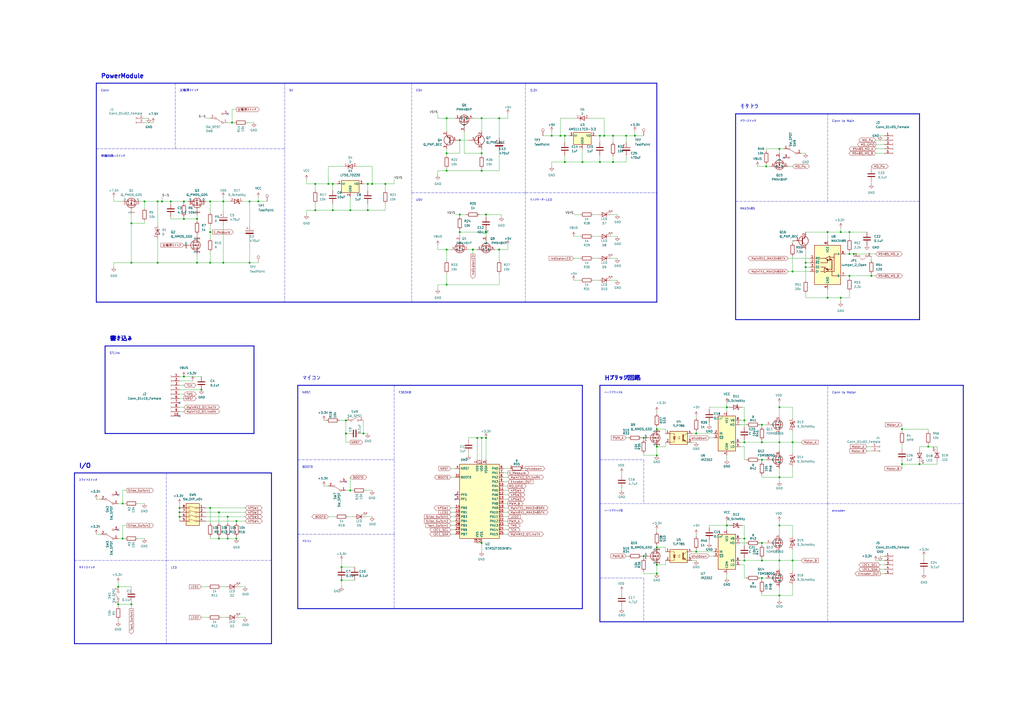
<source format=kicad_sch>
(kicad_sch (version 20211123) (generator eeschema)
  (paper "A2")
  (junction (at 441.96 256.54))
  (junction (at 190.5 106.68))
  (junction (at 279.4 88.9))
  (junction (at 459.74 325.12))
  (junction (at 144.78 116.84))
  (junction (at 452.12 276.86))
  (junction (at 76.2 350.52))
  (junction (at 198.12 336.55))
  (junction (at 193.04 121.92))
  (junction (at 76.2 152.4))
  (junction (at 441.96 266.7))
  (junction (at 487.68 172.72))
  (junction (at 444.5 96.52))
  (junction (at 274.32 144.78))
  (junction (at 149.86 116.84))
  (junction (at 495.3 147.32))
  (junction (at 403.86 251.46))
  (junction (at 68.58 350.52))
  (junction (at 350.52 78.74))
  (junction (at 289.56 68.58))
  (junction (at 279.4 68.58))
  (junction (at 452.12 345.44))
  (junction (at 276.86 254))
  (junction (at 193.04 106.68))
  (junction (at 281.94 254))
  (junction (at 266.7 124.46))
  (junction (at 381 332.74))
  (junction (at 129.54 116.84))
  (junction (at 106.68 116.84))
  (junction (at 452.12 236.22))
  (junction (at 121.92 152.4))
  (junction (at 137.16 312.42))
  (junction (at 355.6 93.98))
  (junction (at 121.92 134.62))
  (junction (at 279.4 254))
  (junction (at 83.82 116.84))
  (junction (at 198.12 328.93))
  (junction (at 373.38 322.58))
  (junction (at 523.24 248.92))
  (junction (at 132.08 312.42))
  (junction (at 441.96 246.38))
  (junction (at 441.96 325.12))
  (junction (at 452.12 304.8))
  (junction (at 68.58 340.36))
  (junction (at 182.88 121.92))
  (junction (at 266.7 81.28))
  (junction (at 355.6 78.74))
  (junction (at 114.3 127))
  (junction (at 337.82 93.98))
  (junction (at 127 297.18))
  (junction (at 203.2 121.92))
  (junction (at 137.16 302.26))
  (junction (at 121.92 294.64))
  (junction (at 325.12 78.74))
  (junction (at 467.36 154.94))
  (junction (at 381 264.16))
  (junction (at 104.14 297.18))
  (junction (at 129.54 152.4))
  (junction (at 213.36 121.92))
  (junction (at 381 317.5))
  (junction (at 259.08 144.78))
  (junction (at 210.82 251.46))
  (junction (at 505.46 160.02))
  (junction (at 203.2 284.48))
  (junction (at 320.04 78.74))
  (junction (at 480.06 134.62))
  (junction (at 487.68 134.62))
  (junction (at 431.8 256.54))
  (junction (at 373.38 254))
  (junction (at 144.78 152.4))
  (junction (at 431.8 312.42))
  (junction (at 327.66 93.98))
  (junction (at 492.76 147.32))
  (junction (at 71.12 312.42))
  (junction (at 381 327.66))
  (junction (at 259.08 99.06))
  (junction (at 200.66 251.46))
  (junction (at 71.12 292.1))
  (junction (at 363.22 78.74))
  (junction (at 215.9 106.68))
  (junction (at 259.08 68.58))
  (junction (at 104.14 299.72))
  (junction (at 114.3 152.4))
  (junction (at 223.52 106.68))
  (junction (at 266.7 134.62))
  (junction (at 289.56 144.78))
  (junction (at 132.08 299.72))
  (junction (at 281.94 124.46))
  (junction (at 459.74 157.48))
  (junction (at 533.4 269.24))
  (junction (at 200.66 243.84))
  (junction (at 347.98 93.98))
  (junction (at 279.4 314.96))
  (junction (at 441.96 335.28))
  (junction (at 492.76 160.02))
  (junction (at 106.68 218.44))
  (junction (at 213.36 106.68))
  (junction (at 523.24 269.24))
  (junction (at 99.06 116.84))
  (junction (at 116.84 226.06))
  (junction (at 259.08 165.1))
  (junction (at 368.3 78.74))
  (junction (at 467.36 152.4))
  (junction (at 104.14 294.64))
  (junction (at 431.8 243.84))
  (junction (at 403.86 320.04))
  (junction (at 459.74 256.54))
  (junction (at 76.2 129.54))
  (junction (at 480.06 172.72))
  (junction (at 121.92 116.84))
  (junction (at 259.08 88.9))
  (junction (at 452.12 86.36))
  (junction (at 441.96 314.96))
  (junction (at 127 312.42))
  (junction (at 281.94 134.62))
  (junction (at 327.66 78.74))
  (junction (at 381 259.08))
  (junction (at 347.98 78.74))
  (junction (at 182.88 106.68))
  (junction (at 431.8 325.12))
  (junction (at 452.12 256.54))
  (junction (at 452.12 325.12))
  (junction (at 106.68 127))
  (junction (at 279.4 99.06))
  (junction (at 134.62 71.12))
  (junction (at 93.98 116.84))
  (junction (at 421.64 236.22))
  (junction (at 381 248.92))
  (junction (at 538.48 259.08))
  (junction (at 421.64 304.8))
  (junction (at 91.44 116.84))
  (junction (at 91.44 152.4))
  (junction (at 492.76 134.62))
  (no_connect (at 104.14 241.3))
  (no_connect (at 264.16 287.02))
  (no_connect (at 264.16 289.56))
  (no_connect (at 200.66 279.4))
  (no_connect (at 454.66 91.44))
  (no_connect (at 68.58 287.02))
  (no_connect (at 104.14 233.68))
  (no_connect (at 68.58 307.34))
  (no_connect (at 132.08 66.04))
  (wire (pts (xy 360.68 283.21) (xy 360.68 284.48)))
  (wire (pts (xy 279.4 266.7) (xy 279.4 254)))
  (wire (pts (xy 292.1 292.1) (xy 294.64 292.1)))
  (wire (pts (xy 289.56 158.75) (xy 289.56 165.1)))
  (wire (pts (xy 68.58 312.42) (xy 71.12 312.42)))
  (wire (pts (xy 452.12 320.04) (xy 452.12 325.12)))
  (wire (pts (xy 386.08 259.08) (xy 386.08 256.54)))
  (wire (pts (xy 259.08 99.06) (xy 279.4 99.06)))
  (wire (pts (xy 363.22 78.74) (xy 368.3 78.74)))
  (polyline (pts (xy 304.8 111.76) (xy 304.8 48.26)))
  (wire (pts (xy 467.36 134.62) (xy 480.06 134.62)))
  (wire (pts (xy 254 99.06) (xy 254 101.6)))
  (wire (pts (xy 347.98 78.74) (xy 350.52 78.74)))
  (wire (pts (xy 441.96 276.86) (xy 452.12 276.86)))
  (wire (pts (xy 401.32 320.04) (xy 403.86 320.04)))
  (wire (pts (xy 421.64 264.16) (xy 421.64 266.7)))
  (wire (pts (xy 198.12 325.12) (xy 198.12 328.93)))
  (wire (pts (xy 279.4 76.2) (xy 279.4 68.58)))
  (wire (pts (xy 320.04 78.74) (xy 325.12 78.74)))
  (wire (pts (xy 457.2 96.52) (xy 459.74 96.52)))
  (wire (pts (xy 320.04 76.2) (xy 320.04 78.74)))
  (wire (pts (xy 421.64 304.8) (xy 421.64 307.34)))
  (wire (pts (xy 459.74 256.54) (xy 464.82 256.54)))
  (wire (pts (xy 350.52 68.58) (xy 350.52 78.74)))
  (wire (pts (xy 354.33 162.56) (xy 358.14 162.56)))
  (wire (pts (xy 452.12 256.54) (xy 452.12 261.62)))
  (wire (pts (xy 271.78 255.27) (xy 271.78 254)))
  (wire (pts (xy 454.66 86.36) (xy 452.12 86.36)))
  (wire (pts (xy 345.44 78.74) (xy 347.98 78.74)))
  (polyline (pts (xy 101.6 86.36) (xy 101.6 48.26)))
  (wire (pts (xy 440.69 335.28) (xy 441.96 335.28)))
  (wire (pts (xy 259.08 144.78) (xy 259.08 151.13)))
  (wire (pts (xy 431.8 255.27) (xy 431.8 256.54)))
  (wire (pts (xy 459.74 318.77) (xy 459.74 325.12)))
  (wire (pts (xy 480.06 167.64) (xy 480.06 172.72)))
  (wire (pts (xy 83.82 116.84) (xy 83.82 120.65)))
  (wire (pts (xy 137.16 303.53) (xy 137.16 302.26)))
  (wire (pts (xy 279.4 68.58) (xy 289.56 68.58)))
  (wire (pts (xy 347.98 90.17) (xy 347.98 93.98)))
  (wire (pts (xy 431.8 323.85) (xy 431.8 325.12)))
  (polyline (pts (xy 101.6 86.36) (xy 165.1 86.36)))
  (wire (pts (xy 71.12 292.1) (xy 72.39 292.1)))
  (wire (pts (xy 279.4 88.9) (xy 279.4 90.17)))
  (polyline (pts (xy 96.52 325.12) (xy 157.48 325.12)))
  (wire (pts (xy 490.22 160.02) (xy 492.76 160.02)))
  (wire (pts (xy 137.16 312.42) (xy 137.16 311.15)))
  (wire (pts (xy 106.68 125.73) (xy 106.68 127)))
  (wire (pts (xy 373.38 332.74) (xy 381 332.74)))
  (wire (pts (xy 68.58 350.52) (xy 68.58 351.79)))
  (wire (pts (xy 106.68 116.84) (xy 109.22 116.84)))
  (wire (pts (xy 294.64 142.24) (xy 294.64 144.78)))
  (wire (pts (xy 373.38 254) (xy 373.38 255.27)))
  (wire (pts (xy 279.4 99.06) (xy 289.56 99.06)))
  (polyline (pts (xy 43.18 274.32) (xy 43.18 373.38)) (stroke (width 0.5) (type solid)))
  (wire (pts (xy 210.82 243.84) (xy 210.82 251.46)))
  (wire (pts (xy 104.14 297.18) (xy 104.14 299.72)))
  (wire (pts (xy 264.16 68.58) (xy 259.08 68.58)))
  (wire (pts (xy 114.3 124.46) (xy 114.3 127)))
  (polyline (pts (xy 426.72 185.42) (xy 426.72 66.04)) (stroke (width 0.5) (type solid)))
  (wire (pts (xy 144.78 116.84) (xy 144.78 130.81)))
  (wire (pts (xy 467.36 154.94) (xy 467.36 162.56)))
  (wire (pts (xy 190.5 299.72) (xy 194.31 299.72)))
  (wire (pts (xy 452.12 325.12) (xy 452.12 330.2)))
  (wire (pts (xy 290.83 124.46) (xy 290.83 125.73)))
  (wire (pts (xy 452.12 325.12) (xy 441.96 325.12)))
  (polyline (pts (xy 373.38 266.7) (xy 373.38 292.1)))
  (wire (pts (xy 325.12 78.74) (xy 327.66 78.74)))
  (wire (pts (xy 325.12 68.58) (xy 334.01 68.58)))
  (wire (pts (xy 429.26 327.66) (xy 431.8 327.66)))
  (wire (pts (xy 510.54 327.66) (xy 513.08 327.66)))
  (polyline (pts (xy 165.1 48.26) (xy 165.1 175.26)))
  (wire (pts (xy 203.2 284.48) (xy 204.47 284.48)))
  (wire (pts (xy 213.36 106.68) (xy 215.9 106.68)))
  (wire (pts (xy 91.44 116.84) (xy 93.98 116.84)))
  (polyline (pts (xy 238.76 111.76) (xy 304.8 111.76)))
  (polyline (pts (xy 228.6 223.52) (xy 228.6 309.88)))
  (polyline (pts (xy 55.88 48.26) (xy 55.88 175.26)) (stroke (width 0.5) (type solid)))
  (wire (pts (xy 281.94 134.62) (xy 281.94 137.16)))
  (polyline (pts (xy 43.18 325.12) (xy 96.52 325.12)))
  (wire (pts (xy 441.96 256.54) (xy 431.8 256.54)))
  (wire (pts (xy 467.36 152.4) (xy 467.36 154.94)))
  (polyline (pts (xy 172.72 223.52) (xy 172.72 353.06)) (stroke (width 0.5) (type solid)))
  (polyline (pts (xy 347.98 223.52) (xy 347.98 360.68)) (stroke (width 0.5) (type solid)))
  (wire (pts (xy 368.3 76.2) (xy 368.3 78.74)))
  (wire (pts (xy 320.04 93.98) (xy 327.66 93.98)))
  (polyline (pts (xy 172.72 266.7) (xy 228.6 266.7)))
  (wire (pts (xy 459.74 276.86) (xy 452.12 276.86)))
  (wire (pts (xy 132.08 312.42) (xy 132.08 311.15)))
  (wire (pts (xy 538.48 259.08) (xy 543.56 259.08)))
  (wire (pts (xy 76.2 129.54) (xy 76.2 152.4)))
  (wire (pts (xy 104.14 218.44) (xy 106.68 218.44)))
  (polyline (pts (xy 228.6 309.88) (xy 228.6 353.06)))
  (wire (pts (xy 513.08 78.74) (xy 510.54 78.74)))
  (wire (pts (xy 91.44 152.4) (xy 114.3 152.4)))
  (wire (pts (xy 104.14 292.1) (xy 104.14 294.64)))
  (wire (pts (xy 274.32 144.78) (xy 276.86 144.78)))
  (wire (pts (xy 261.62 309.88) (xy 264.16 309.88)))
  (wire (pts (xy 523.24 248.92) (xy 523.24 250.19)))
  (polyline (pts (xy 60.96 200.66) (xy 60.96 251.46)) (stroke (width 0.5) (type solid)))
  (wire (pts (xy 289.56 68.58) (xy 294.64 68.58)))
  (wire (pts (xy 254 68.58) (xy 259.08 68.58)))
  (wire (pts (xy 439.42 96.52) (xy 444.5 96.52)))
  (wire (pts (xy 271.78 262.89) (xy 271.78 264.16)))
  (wire (pts (xy 279.4 254) (xy 281.94 254)))
  (wire (pts (xy 429.26 259.08) (xy 431.8 259.08)))
  (wire (pts (xy 121.92 294.64) (xy 142.24 294.64)))
  (wire (pts (xy 121.92 134.62) (xy 123.19 134.62)))
  (wire (pts (xy 459.74 256.54) (xy 452.12 256.54)))
  (wire (pts (xy 104.14 236.22) (xy 106.68 236.22)))
  (wire (pts (xy 143.51 71.12) (xy 147.32 71.12)))
  (wire (pts (xy 535.94 322.58) (xy 535.94 323.85)))
  (wire (pts (xy 354.33 137.16) (xy 358.14 137.16)))
  (wire (pts (xy 403.86 318.77) (xy 403.86 320.04)))
  (wire (pts (xy 121.92 294.64) (xy 121.92 303.53)))
  (wire (pts (xy 459.74 256.54) (xy 459.74 262.89)))
  (wire (pts (xy 459.74 339.09) (xy 459.74 345.44)))
  (wire (pts (xy 508 325.12) (xy 513.08 325.12)))
  (wire (pts (xy 259.08 144.78) (xy 254 144.78)))
  (wire (pts (xy 193.04 106.68) (xy 195.58 106.68)))
  (wire (pts (xy 261.62 294.64) (xy 264.16 294.64)))
  (wire (pts (xy 487.68 134.62) (xy 487.68 132.08)))
  (wire (pts (xy 83.82 116.84) (xy 91.44 116.84)))
  (wire (pts (xy 294.64 66.04) (xy 294.64 68.58)))
  (wire (pts (xy 114.3 135.89) (xy 114.3 137.16)))
  (wire (pts (xy 441.96 335.28) (xy 444.5 335.28)))
  (wire (pts (xy 121.92 134.62) (xy 121.92 138.43)))
  (wire (pts (xy 411.48 306.07) (xy 411.48 304.8)))
  (wire (pts (xy 403.86 251.46) (xy 414.02 251.46)))
  (wire (pts (xy 505.46 148.59) (xy 505.46 151.13)))
  (wire (pts (xy 452.12 251.46) (xy 452.12 256.54)))
  (wire (pts (xy 403.86 250.19) (xy 403.86 251.46)))
  (polyline (pts (xy 480.06 66.04) (xy 480.06 116.84)))
  (wire (pts (xy 373.38 331.47) (xy 373.38 332.74)))
  (wire (pts (xy 119.38 299.72) (xy 132.08 299.72)))
  (wire (pts (xy 492.76 172.72) (xy 487.68 172.72)))
  (wire (pts (xy 104.14 231.14) (xy 106.68 231.14)))
  (wire (pts (xy 440.69 314.96) (xy 441.96 314.96)))
  (wire (pts (xy 71.12 312.42) (xy 72.39 312.42)))
  (wire (pts (xy 360.68 342.9) (xy 360.68 344.17)))
  (wire (pts (xy 104.14 299.72) (xy 104.14 302.26)))
  (wire (pts (xy 332.74 124.46) (xy 336.55 124.46)))
  (wire (pts (xy 372.11 322.58) (xy 373.38 322.58)))
  (wire (pts (xy 182.88 121.92) (xy 193.04 121.92)))
  (wire (pts (xy 459.74 345.44) (xy 452.12 345.44)))
  (wire (pts (xy 508 83.82) (xy 513.08 83.82)))
  (wire (pts (xy 325.12 68.58) (xy 325.12 78.74)))
  (wire (pts (xy 134.62 63.5) (xy 134.62 71.12)))
  (wire (pts (xy 129.54 123.19) (xy 129.54 116.84)))
  (wire (pts (xy 259.08 86.36) (xy 259.08 88.9)))
  (wire (pts (xy 467.36 144.78) (xy 467.36 152.4)))
  (wire (pts (xy 104.14 238.76) (xy 106.68 238.76)))
  (wire (pts (xy 215.9 96.52) (xy 215.9 106.68)))
  (wire (pts (xy 411.48 304.8) (xy 421.64 304.8)))
  (wire (pts (xy 254 167.64) (xy 254 165.1)))
  (wire (pts (xy 76.2 350.52) (xy 76.2 353.06)))
  (wire (pts (xy 292.1 299.72) (xy 294.64 299.72)))
  (wire (pts (xy 381 327.66) (xy 381 332.74)))
  (wire (pts (xy 363.22 90.17) (xy 363.22 93.98)))
  (wire (pts (xy 114.3 127) (xy 114.3 128.27)))
  (wire (pts (xy 71.12 284.48) (xy 71.12 292.1)))
  (wire (pts (xy 106.68 127) (xy 114.3 127)))
  (wire (pts (xy 344.17 149.86) (xy 346.71 149.86)))
  (polyline (pts (xy 480.06 292.1) (xy 558.8 292.1)))
  (polyline (pts (xy 147.32 251.46) (xy 147.32 200.66)) (stroke (width 0.5) (type solid)))
  (wire (pts (xy 459.74 325.12) (xy 464.82 325.12)))
  (wire (pts (xy 401.32 325.12) (xy 403.86 325.12)))
  (wire (pts (xy 429.26 246.38) (xy 433.07 246.38)))
  (wire (pts (xy 332.74 137.16) (xy 336.55 137.16)))
  (wire (pts (xy 495.3 147.32) (xy 495.3 148.59)))
  (wire (pts (xy 128.27 358.14) (xy 130.81 358.14)))
  (wire (pts (xy 533.4 269.24) (xy 523.24 269.24)))
  (wire (pts (xy 480.06 134.62) (xy 480.06 139.7)))
  (wire (pts (xy 303.53 271.78) (xy 304.8 271.78)))
  (wire (pts (xy 459.74 236.22) (xy 452.12 236.22)))
  (polyline (pts (xy 172.72 353.06) (xy 337.82 353.06)) (stroke (width 0.5) (type solid)))
  (polyline (pts (xy 426.72 66.04) (xy 533.4 66.04)) (stroke (width 0.5) (type solid)))
  (wire (pts (xy 292.1 304.8) (xy 294.64 304.8)))
  (wire (pts (xy 431.8 243.84) (xy 431.8 247.65)))
  (wire (pts (xy 403.86 241.3) (xy 403.86 242.57)))
  (wire (pts (xy 510.54 330.2) (xy 513.08 330.2)))
  (wire (pts (xy 543.56 269.24) (xy 533.4 269.24)))
  (wire (pts (xy 190.5 96.52) (xy 199.39 96.52)))
  (wire (pts (xy 386.08 325.12) (xy 386.08 327.66)))
  (wire (pts (xy 223.52 106.68) (xy 228.6 106.68)))
  (wire (pts (xy 76.2 124.46) (xy 76.2 129.54)))
  (polyline (pts (xy 55.88 175.26) (xy 381 175.26)) (stroke (width 0.5) (type solid)))
  (wire (pts (xy 198.12 336.55) (xy 198.12 340.36)))
  (wire (pts (xy 121.92 116.84) (xy 129.54 116.84)))
  (wire (pts (xy 66.04 152.4) (xy 66.04 154.94)))
  (wire (pts (xy 259.08 97.79) (xy 259.08 99.06)))
  (wire (pts (xy 129.54 152.4) (xy 121.92 152.4)))
  (wire (pts (xy 487.68 134.62) (xy 492.76 134.62)))
  (polyline (pts (xy 480.06 292.1) (xy 480.06 360.68)))
  (wire (pts (xy 127 297.18) (xy 142.24 297.18)))
  (wire (pts (xy 106.68 218.44) (xy 116.84 218.44)))
  (wire (pts (xy 292.1 302.26) (xy 294.64 302.26)))
  (wire (pts (xy 281.94 124.46) (xy 290.83 124.46)))
  (wire (pts (xy 193.04 106.68) (xy 193.04 110.49)))
  (wire (pts (xy 292.1 287.02) (xy 294.64 287.02)))
  (wire (pts (xy 274.32 144.78) (xy 274.32 147.32)))
  (wire (pts (xy 381 259.08) (xy 386.08 259.08)))
  (wire (pts (xy 276.86 254) (xy 276.86 266.7)))
  (wire (pts (xy 196.85 243.84) (xy 200.66 243.84)))
  (wire (pts (xy 138.43 358.14) (xy 142.24 358.14)))
  (wire (pts (xy 104.14 228.6) (xy 106.68 228.6)))
  (wire (pts (xy 292.1 276.86) (xy 294.64 276.86)))
  (wire (pts (xy 457.2 157.48) (xy 459.74 157.48)))
  (wire (pts (xy 373.38 264.16) (xy 381 264.16)))
  (wire (pts (xy 403.86 320.04) (xy 414.02 320.04)))
  (wire (pts (xy 411.48 237.49) (xy 411.48 236.22)))
  (wire (pts (xy 487.68 172.72) (xy 480.06 172.72)))
  (wire (pts (xy 441.96 246.38) (xy 441.96 247.65)))
  (wire (pts (xy 533.4 267.97) (xy 533.4 269.24)))
  (wire (pts (xy 381 327.66) (xy 386.08 327.66)))
  (wire (pts (xy 401.32 251.46) (xy 403.86 251.46)))
  (wire (pts (xy 119.38 294.64) (xy 121.92 294.64)))
  (wire (pts (xy 73.66 284.48) (xy 71.12 284.48)))
  (wire (pts (xy 441.96 275.59) (xy 441.96 276.86)))
  (wire (pts (xy 441.96 344.17) (xy 441.96 345.44)))
  (wire (pts (xy 441.96 345.44) (xy 452.12 345.44)))
  (wire (pts (xy 80.01 312.42) (xy 83.82 312.42)))
  (wire (pts (xy 430.53 304.8) (xy 431.8 304.8)))
  (wire (pts (xy 452.12 276.86) (xy 452.12 279.4)))
  (wire (pts (xy 327.66 90.17) (xy 327.66 93.98)))
  (wire (pts (xy 114.3 147.32) (xy 114.3 152.4)))
  (wire (pts (xy 459.74 270.51) (xy 459.74 276.86)))
  (wire (pts (xy 271.78 144.78) (xy 274.32 144.78)))
  (wire (pts (xy 76.2 340.36) (xy 76.2 341.63)))
  (polyline (pts (xy 157.48 373.38) (xy 157.48 274.32)) (stroke (width 0.5) (type solid)))
  (wire (pts (xy 441.96 255.27) (xy 441.96 256.54)))
  (wire (pts (xy 452.12 86.36) (xy 444.5 86.36)))
  (wire (pts (xy 452.12 345.44) (xy 452.12 347.98)))
  (wire (pts (xy 281.94 124.46) (xy 281.94 125.73)))
  (wire (pts (xy 127 312.42) (xy 127 311.15)))
  (wire (pts (xy 81.28 116.84) (xy 83.82 116.84)))
  (wire (pts (xy 292.1 274.32) (xy 294.64 274.32)))
  (wire (pts (xy 292.1 271.78) (xy 295.91 271.78)))
  (wire (pts (xy 177.8 104.14) (xy 177.8 106.68)))
  (wire (pts (xy 441.96 314.96) (xy 444.5 314.96)))
  (wire (pts (xy 99.06 116.84) (xy 99.06 118.11)))
  (wire (pts (xy 459.74 148.59) (xy 459.74 157.48)))
  (wire (pts (xy 144.78 138.43) (xy 144.78 152.4)))
  (wire (pts (xy 210.82 251.46) (xy 209.55 251.46)))
  (wire (pts (xy 104.14 223.52) (xy 106.68 223.52)))
  (wire (pts (xy 200.66 251.46) (xy 201.93 251.46)))
  (wire (pts (xy 140.97 116.84) (xy 144.78 116.84)))
  (wire (pts (xy 83.82 129.54) (xy 76.2 129.54)))
  (wire (pts (xy 73.66 304.8) (xy 71.12 304.8)))
  (wire (pts (xy 261.62 276.86) (xy 264.16 276.86)))
  (wire (pts (xy 269.24 76.2) (xy 269.24 88.9)))
  (wire (pts (xy 279.4 97.79) (xy 279.4 99.06)))
  (wire (pts (xy 441.96 323.85) (xy 441.96 325.12)))
  (wire (pts (xy 505.46 160.02) (xy 508 160.02)))
  (wire (pts (xy 505.46 96.52) (xy 505.46 97.79)))
  (wire (pts (xy 223.52 106.68) (xy 223.52 110.49)))
  (wire (pts (xy 144.78 116.84) (xy 149.86 116.84)))
  (wire (pts (xy 132.08 312.42) (xy 127 312.42)))
  (wire (pts (xy 99.06 125.73) (xy 99.06 127)))
  (wire (pts (xy 289.56 68.58) (xy 289.56 80.01)))
  (wire (pts (xy 203.2 256.54) (xy 200.66 256.54)))
  (wire (pts (xy 510.54 332.74) (xy 513.08 332.74)))
  (wire (pts (xy 279.4 314.96) (xy 279.4 320.04)))
  (wire (pts (xy 386.08 248.92) (xy 386.08 251.46)))
  (polyline (pts (xy 304.8 111.76) (xy 381 111.76)))
  (wire (pts (xy 210.82 106.68) (xy 213.36 106.68)))
  (wire (pts (xy 121.92 116.84) (xy 121.92 123.19)))
  (wire (pts (xy 363.22 78.74) (xy 363.22 82.55)))
  (wire (pts (xy 386.08 317.5) (xy 386.08 320.04)))
  (wire (pts (xy 467.36 170.18) (xy 467.36 172.72)))
  (wire (pts (xy 490.22 147.32) (xy 492.76 147.32)))
  (wire (pts (xy 137.16 312.42) (xy 132.08 312.42)))
  (wire (pts (xy 137.16 63.5) (xy 134.62 63.5)))
  (polyline (pts (xy 172.72 223.52) (xy 337.82 223.52)) (stroke (width 0.5) (type solid)))
  (wire (pts (xy 431.8 312.42) (xy 431.8 316.23)))
  (wire (pts (xy 261.62 144.78) (xy 259.08 144.78)))
  (wire (pts (xy 354.33 124.46) (xy 358.14 124.46)))
  (wire (pts (xy 538.48 250.19) (xy 538.48 248.92)))
  (wire (pts (xy 68.58 359.41) (xy 68.58 360.68)))
  (wire (pts (xy 259.08 88.9) (xy 266.7 88.9)))
  (wire (pts (xy 452.12 304.8) (xy 452.12 309.88)))
  (wire (pts (xy 119.38 297.18) (xy 127 297.18)))
  (wire (pts (xy 487.68 172.72) (xy 487.68 175.26)))
  (wire (pts (xy 128.27 340.36) (xy 130.81 340.36)))
  (wire (pts (xy 350.52 78.74) (xy 355.6 78.74)))
  (wire (pts (xy 421.64 332.74) (xy 421.64 335.28)))
  (wire (pts (xy 289.56 87.63) (xy 289.56 99.06)))
  (wire (pts (xy 76.2 152.4) (xy 91.44 152.4)))
  (wire (pts (xy 292.1 279.4) (xy 294.64 279.4)))
  (wire (pts (xy 467.36 154.94) (xy 469.9 154.94)))
  (wire (pts (xy 261.62 297.18) (xy 264.16 297.18)))
  (wire (pts (xy 381 307.34) (xy 381 308.61)))
  (wire (pts (xy 403.86 309.88) (xy 403.86 311.15)))
  (wire (pts (xy 104.14 220.98) (xy 111.76 220.98)))
  (wire (pts (xy 344.17 162.56) (xy 346.71 162.56)))
  (wire (pts (xy 261.62 307.34) (xy 264.16 307.34)))
  (polyline (pts (xy 533.4 66.04) (xy 533.4 185.42)) (stroke (width 0.5) (type solid)))
  (wire (pts (xy 459.74 304.8) (xy 452.12 304.8)))
  (wire (pts (xy 228.6 104.14) (xy 228.6 106.68)))
  (wire (pts (xy 292.1 289.56) (xy 294.64 289.56)))
  (wire (pts (xy 492.76 168.91) (xy 492.76 172.72)))
  (wire (pts (xy 373.38 262.89) (xy 373.38 264.16)))
  (wire (pts (xy 411.48 313.69) (xy 411.48 314.96)))
  (wire (pts (xy 363.22 93.98) (xy 355.6 93.98)))
  (wire (pts (xy 104.14 226.06) (xy 116.84 226.06)))
  (wire (pts (xy 492.76 147.32) (xy 495.3 147.32)))
  (wire (pts (xy 431.8 259.08) (xy 431.8 266.7)))
  (wire (pts (xy 452.12 302.26) (xy 452.12 304.8)))
  (wire (pts (xy 535.94 331.47) (xy 535.94 332.74)))
  (wire (pts (xy 190.5 106.68) (xy 193.04 106.68)))
  (wire (pts (xy 429.26 314.96) (xy 433.07 314.96)))
  (wire (pts (xy 99.06 116.84) (xy 106.68 116.84)))
  (wire (pts (xy 281.94 133.35) (xy 281.94 134.62)))
  (wire (pts (xy 381 238.76) (xy 381 240.03)))
  (wire (pts (xy 259.08 158.75) (xy 259.08 165.1)))
  (wire (pts (xy 121.92 312.42) (xy 121.92 311.15)))
  (wire (pts (xy 55.88 309.88) (xy 58.42 309.88)))
  (polyline (pts (xy 147.32 200.66) (xy 60.96 200.66)) (stroke (width 0.5) (type solid)))
  (wire (pts (xy 106.68 116.84) (xy 106.68 118.11)))
  (wire (pts (xy 441.96 314.96) (xy 441.96 316.23)))
  (wire (pts (xy 452.12 271.78) (xy 452.12 276.86)))
  (wire (pts (xy 116.84 358.14) (xy 120.65 358.14)))
  (wire (pts (xy 149.86 116.84) (xy 154.94 116.84)))
  (wire (pts (xy 464.82 88.9) (xy 467.36 88.9)))
  (polyline (pts (xy 347.98 360.68) (xy 558.8 360.68)) (stroke (width 0.5) (type solid)))
  (wire (pts (xy 444.5 86.36) (xy 444.5 87.63)))
  (wire (pts (xy 492.76 146.05) (xy 492.76 147.32)))
  (polyline (pts (xy 558.8 360.68) (xy 558.8 223.52)) (stroke (width 0.5) (type solid)))
  (wire (pts (xy 431.8 256.54) (xy 429.26 256.54)))
  (wire (pts (xy 294.64 144.78) (xy 289.56 144.78)))
  (wire (pts (xy 200.66 243.84) (xy 200.66 251.46)))
  (wire (pts (xy 421.64 302.26) (xy 421.64 304.8)))
  (wire (pts (xy 440.69 246.38) (xy 441.96 246.38)))
  (wire (pts (xy 137.16 302.26) (xy 142.24 302.26)))
  (wire (pts (xy 354.33 149.86) (xy 358.14 149.86)))
  (wire (pts (xy 452.12 340.36) (xy 452.12 345.44)))
  (wire (pts (xy 421.64 236.22) (xy 422.91 236.22)))
  (wire (pts (xy 452.12 256.54) (xy 441.96 256.54)))
  (wire (pts (xy 276.86 314.96) (xy 279.4 314.96)))
  (wire (pts (xy 505.46 261.62) (xy 502.92 261.62)))
  (wire (pts (xy 259.08 68.58) (xy 259.08 76.2)))
  (wire (pts (xy 259.08 88.9) (xy 259.08 90.17)))
  (wire (pts (xy 121.92 146.05) (xy 121.92 152.4)))
  (wire (pts (xy 177.8 121.92) (xy 182.88 121.92)))
  (polyline (pts (xy 43.18 274.32) (xy 157.48 274.32)) (stroke (width 0.5) (type solid)))
  (wire (pts (xy 254 99.06) (xy 259.08 99.06)))
  (wire (pts (xy 259.08 165.1) (xy 289.56 165.1)))
  (wire (pts (xy 441.96 266.7) (xy 441.96 267.97)))
  (wire (pts (xy 182.88 106.68) (xy 190.5 106.68)))
  (wire (pts (xy 492.76 160.02) (xy 492.76 161.29)))
  (polyline (pts (xy 43.18 373.38) (xy 157.48 373.38)) (stroke (width 0.5) (type solid)))
  (wire (pts (xy 213.36 106.68) (xy 213.36 110.49)))
  (wire (pts (xy 360.68 274.32) (xy 360.68 275.59)))
  (polyline (pts (xy 426.72 116.84) (xy 533.4 116.84)))
  (wire (pts (xy 523.24 246.38) (xy 523.24 248.92)))
  (wire (pts (xy 292.1 284.48) (xy 294.64 284.48)))
  (wire (pts (xy 68.58 337.82) (xy 68.58 340.36)))
  (wire (pts (xy 289.56 144.78) (xy 289.56 151.13)))
  (wire (pts (xy 431.8 304.8) (xy 431.8 312.42)))
  (wire (pts (xy 411.48 236.22) (xy 421.64 236.22)))
  (wire (pts (xy 281.94 254) (xy 281.94 266.7)))
  (wire (pts (xy 66.04 116.84) (xy 71.12 116.84)))
  (wire (pts (xy 459.74 325.12) (xy 452.12 325.12)))
  (wire (pts (xy 508 86.36) (xy 513.08 86.36)))
  (wire (pts (xy 341.63 68.58) (xy 350.52 68.58)))
  (wire (pts (xy 55.88 289.56) (xy 58.42 289.56)))
  (wire (pts (xy 271.78 254) (xy 276.86 254)))
  (wire (pts (xy 266.7 134.62) (xy 266.7 137.16)))
  (polyline (pts (xy 238.76 48.26) (xy 238.76 111.76)))
  (wire (pts (xy 203.2 114.3) (xy 203.2 121.92)))
  (wire (pts (xy 510.54 322.58) (xy 513.08 322.58)))
  (wire (pts (xy 363.22 254) (xy 364.49 254)))
  (polyline (pts (xy 381 175.26) (xy 381 48.26)) (stroke (width 0.5) (type solid)))
  (wire (pts (xy 441.96 266.7) (xy 444.5 266.7)))
  (wire (pts (xy 121.92 130.81) (xy 121.92 134.62)))
  (wire (pts (xy 129.54 130.81) (xy 129.54 152.4)))
  (wire (pts (xy 201.93 299.72) (xy 204.47 299.72)))
  (wire (pts (xy 344.17 137.16) (xy 346.71 137.16)))
  (wire (pts (xy 200.66 256.54) (xy 200.66 251.46)))
  (wire (pts (xy 457.2 149.86) (xy 469.9 149.86)))
  (wire (pts (xy 278.13 124.46) (xy 281.94 124.46)))
  (wire (pts (xy 401.32 256.54) (xy 403.86 256.54)))
  (wire (pts (xy 360.68 351.79) (xy 360.68 353.06)))
  (wire (pts (xy 459.74 157.48) (xy 469.9 157.48)))
  (wire (pts (xy 314.96 78.74) (xy 320.04 78.74)))
  (wire (pts (xy 76.2 350.52) (xy 68.58 350.52)))
  (wire (pts (xy 543.56 259.08) (xy 543.56 260.35)))
  (wire (pts (xy 261.62 302.26) (xy 264.16 302.26)))
  (wire (pts (xy 508 88.9) (xy 513.08 88.9)))
  (wire (pts (xy 421.64 304.8) (xy 422.91 304.8)))
  (wire (pts (xy 373.38 322.58) (xy 373.38 323.85)))
  (wire (pts (xy 91.44 138.43) (xy 91.44 152.4)))
  (polyline (pts (xy 480.06 292.1) (xy 480.06 223.52)))
  (wire (pts (xy 533.4 260.35) (xy 533.4 259.08)))
  (wire (pts (xy 292.1 297.18) (xy 294.64 297.18)))
  (wire (pts (xy 381 317.5) (xy 386.08 317.5)))
  (wire (pts (xy 93.98 116.84) (xy 99.06 116.84)))
  (wire (pts (xy 266.7 81.28) (xy 271.78 81.28)))
  (wire (pts (xy 430.53 236.22) (xy 431.8 236.22)))
  (wire (pts (xy 431.8 335.28) (xy 433.07 335.28)))
  (polyline (pts (xy 373.38 335.28) (xy 373.38 360.68)))
  (wire (pts (xy 132.08 71.12) (xy 134.62 71.12)))
  (wire (pts (xy 292.1 309.88) (xy 294.64 309.88)))
  (wire (pts (xy 210.82 251.46) (xy 213.36 251.46)))
  (wire (pts (xy 177.8 121.92) (xy 177.8 124.46)))
  (wire (pts (xy 127 312.42) (xy 121.92 312.42)))
  (wire (pts (xy 505.46 158.75) (xy 505.46 160.02)))
  (wire (pts (xy 431.8 243.84) (xy 429.26 243.84)))
  (wire (pts (xy 411.48 322.58) (xy 414.02 322.58)))
  (wire (pts (xy 492.76 134.62) (xy 502.92 134.62)))
  (wire (pts (xy 182.88 118.11) (xy 182.88 121.92)))
  (wire (pts (xy 355.6 78.74) (xy 363.22 78.74)))
  (wire (pts (xy 411.48 245.11) (xy 411.48 246.38)))
  (wire (pts (xy 144.78 152.4) (xy 149.86 152.4)))
  (polyline (pts (xy 337.82 353.06) (xy 337.82 223.52)) (stroke (width 0.5) (type solid)))
  (wire (pts (xy 193.04 118.11) (xy 193.04 121.92)))
  (polyline (pts (xy 238.76 175.26) (xy 238.76 111.76)))
  (wire (pts (xy 332.74 162.56) (xy 336.55 162.56)))
  (polyline (pts (xy 55.88 48.26) (xy 381 48.26)) (stroke (width 0.5) (type solid)))
  (wire (pts (xy 212.09 284.48) (xy 215.9 284.48)))
  (wire (pts (xy 523.24 267.97) (xy 523.24 269.24)))
  (wire (pts (xy 127 303.53) (xy 127 297.18)))
  (wire (pts (xy 332.74 149.86) (xy 336.55 149.86)))
  (wire (pts (xy 543.56 267.97) (xy 543.56 269.24)))
  (polyline (pts (xy 96.52 274.32) (xy 96.52 373.38)))
  (wire (pts (xy 495.3 147.32) (xy 508 147.32)))
  (wire (pts (xy 132.08 299.72) (xy 142.24 299.72)))
  (wire (pts (xy 104.14 294.64) (xy 104.14 297.18)))
  (wire (pts (xy 523.24 269.24) (xy 523.24 271.78)))
  (wire (pts (xy 381 247.65) (xy 381 248.92)))
  (wire (pts (xy 177.8 106.68) (xy 182.88 106.68)))
  (wire (pts (xy 266.7 124.46) (xy 270.51 124.46)))
  (wire (pts (xy 83.82 68.58) (xy 86.36 68.58)))
  (wire (pts (xy 274.32 68.58) (xy 279.4 68.58)))
  (wire (pts (xy 467.36 172.72) (xy 480.06 172.72)))
  (wire (pts (xy 459.74 242.57) (xy 459.74 236.22)))
  (wire (pts (xy 80.01 292.1) (xy 83.82 292.1)))
  (wire (pts (xy 444.5 95.25) (xy 444.5 96.52)))
  (wire (pts (xy 459.74 139.7) (xy 459.74 140.97)))
  (wire (pts (xy 193.04 121.92) (xy 203.2 121.92)))
  (wire (pts (xy 76.2 152.4) (xy 66.04 152.4)))
  (wire (pts (xy 132.08 299.72) (xy 132.08 303.53)))
  (wire (pts (xy 187.96 243.84) (xy 189.23 243.84)))
  (wire (pts (xy 431.8 325.12) (xy 429.26 325.12)))
  (wire (pts (xy 533.4 259.08) (xy 538.48 259.08)))
  (wire (pts (xy 355.6 90.17) (xy 355.6 93.98)))
  (wire (pts (xy 411.48 254) (xy 414.02 254)))
  (wire (pts (xy 440.69 266.7) (xy 441.96 266.7)))
  (wire (pts (xy 347.98 93.98) (xy 355.6 93.98)))
  (wire (pts (xy 505.46 105.41) (xy 505.46 106.68)))
  (wire (pts (xy 292.1 294.64) (xy 294.64 294.64)))
  (wire (pts (xy 254 144.78) (xy 254 142.24)))
  (wire (pts (xy 119.38 116.84) (xy 121.92 116.84)))
  (polyline (pts (xy 347.98 335.28) (xy 373.38 335.28)))
  (polyline (pts (xy 60.96 251.46) (xy 147.32 251.46)) (stroke (width 0.5) (type solid)))
  (polyline (pts (xy 304.8 175.26) (xy 304.8 111.76)))
  (wire (pts (xy 269.24 88.9) (xy 279.4 88.9)))
  (wire (pts (xy 421.64 233.68) (xy 421.64 236.22)))
  (wire (pts (xy 223.52 118.11) (xy 223.52 121.92)))
  (wire (pts (xy 381 316.23) (xy 381 317.5)))
  (polyline (pts (xy 426.72 185.42) (xy 533.4 185.42)) (stroke (width 0.5) (type solid)))
  (wire (pts (xy 187.96 281.94) (xy 190.5 281.94)))
  (wire (pts (xy 203.2 276.86) (xy 203.2 284.48)))
  (polyline (pts (xy 55.88 86.36) (xy 101.6 86.36)))
  (wire (pts (xy 363.22 322.58) (xy 364.49 322.58)))
  (wire (pts (xy 441.96 246.38) (xy 444.5 246.38)))
  (wire (pts (xy 327.66 93.98) (xy 337.82 93.98)))
  (wire (pts (xy 254 165.1) (xy 259.08 165.1)))
  (wire (pts (xy 431.8 312.42) (xy 429.26 312.42)))
  (polyline (pts (xy 347.98 223.52) (xy 558.8 223.52)) (stroke (width 0.5) (type solid)))
  (wire (pts (xy 264.16 124.46) (xy 266.7 124.46)))
  (wire (pts (xy 327.66 78.74) (xy 327.66 82.55)))
  (wire (pts (xy 381 248.92) (xy 386.08 248.92)))
  (wire (pts (xy 292.1 307.34) (xy 294.64 307.34)))
  (wire (pts (xy 91.44 116.84) (xy 91.44 130.81)))
  (wire (pts (xy 119.38 302.26) (xy 137.16 302.26)))
  (wire (pts (xy 93.98 114.3) (xy 93.98 116.84)))
  (wire (pts (xy 129.54 116.84) (xy 133.35 116.84)))
  (wire (pts (xy 344.17 124.46) (xy 346.71 124.46)))
  (polyline (pts (xy 347.98 266.7) (xy 373.38 266.7)))
  (wire (pts (xy 266.7 133.35) (xy 266.7 134.62)))
  (wire (pts (xy 149.86 114.3) (xy 149.86 116.84)))
  (wire (pts (xy 266.7 124.46) (xy 266.7 125.73)))
  (wire (pts (xy 452.12 86.36) (xy 452.12 88.9)))
  (polyline (pts (xy 347.98 292.1) (xy 480.06 292.1)))
  (wire (pts (xy 254 66.04) (xy 254 68.58)))
  (wire (pts (xy 368.3 78.74) (xy 373.38 78.74)))
  (wire (pts (xy 538.48 257.81) (xy 538.48 259.08)))
  (wire (pts (xy 134.62 71.12) (xy 135.89 71.12)))
  (wire (pts (xy 129.54 114.3) (xy 129.54 116.84)))
  (wire (pts (xy 431.8 236.22) (xy 431.8 243.84)))
  (wire (pts (xy 467.36 152.4) (xy 469.9 152.4)))
  (wire (pts (xy 492.76 160.02) (xy 505.46 160.02)))
  (wire (pts (xy 459.74 325.12) (xy 459.74 331.47)))
  (wire (pts (xy 76.2 350.52) (xy 76.2 349.25)))
  (wire (pts (xy 215.9 106.68) (xy 223.52 106.68)))
  (wire (pts (xy 119.38 68.58) (xy 121.92 68.58)))
  (wire (pts (xy 205.74 336.55) (xy 198.12 336.55)))
  (wire (pts (xy 116.84 340.36) (xy 120.65 340.36)))
  (wire (pts (xy 213.36 121.92) (xy 223.52 121.92)))
  (wire (pts (xy 261.62 304.8) (xy 264.16 304.8)))
  (wire (pts (xy 441.96 325.12) (xy 431.8 325.12)))
  (wire (pts (xy 200.66 284.48) (xy 203.2 284.48)))
  (wire (pts (xy 381 259.08) (xy 381 264.16)))
  (wire (pts (xy 138.43 340.36) (xy 142.24 340.36)))
  (wire (pts (xy 292.1 281.94) (xy 294.64 281.94)))
  (wire (pts (xy 327.66 78.74) (xy 330.2 78.74)))
  (wire (pts (xy 264.16 271.78) (xy 261.62 271.78)))
  (wire (pts (xy 266.7 88.9) (xy 266.7 81.28)))
  (wire (pts (xy 337.82 86.36) (xy 337.82 93.98)))
  (wire (pts (xy 523.24 257.81) (xy 523.24 260.35)))
  (wire (pts (xy 182.88 106.68) (xy 182.88 110.49)))
  (wire (pts (xy 279.4 86.36) (xy 279.4 88.9)))
  (wire (pts (xy 508 81.28) (xy 513.08 81.28)))
  (wire (pts (xy 144.78 152.4) (xy 129.54 152.4)))
  (wire (pts (xy 261.62 299.72) (xy 264.16 299.72)))
  (wire (pts (xy 347.98 78.74) (xy 347.98 82.55)))
  (wire (pts (xy 203.2 121.92) (xy 213.36 121.92)))
  (wire (pts (xy 480.06 134.62) (xy 487.68 134.62)))
  (wire (pts (xy 459.74 311.15) (xy 459.74 304.8)))
  (wire (pts (xy 523.24 248.92) (xy 538.48 248.92)))
  (wire (pts (xy 320.04 93.98) (xy 320.04 96.52)))
  (wire (pts (xy 114.3 152.4) (xy 121.92 152.4)))
  (wire (pts (xy 337.82 93.98) (xy 347.98 93.98)))
  (wire (pts (xy 459.74 250.19) (xy 459.74 256.54)))
  (wire (pts (xy 505.46 259.08) (xy 502.92 259.08)))
  (wire (pts (xy 212.09 299.72) (xy 215.9 299.72)))
  (wire (pts (xy 68.58 292.1) (xy 71.12 292.1)))
  (wire (pts (xy 444.5 96.52) (xy 447.04 96.52)))
  (wire (pts (xy 190.5 96.52) (xy 190.5 106.68)))
  (wire (pts (xy 83.82 71.12) (xy 88.9 71.12)))
  (wire (pts (xy 213.36 118.11) (xy 213.36 121.92)))
  (wire (pts (xy 287.02 144.78) (xy 289.56 144.78)))
  (wire (pts (xy 71.12 304.8) (xy 71.12 312.42)))
  (wire (pts (xy 431.8 327.66) (xy 431.8 335.28)))
  (wire (pts (xy 355.6 78.74) (xy 355.6 82.55)))
  (wire (pts (xy 99.06 127) (xy 106.68 127)))
  (wire (pts (xy 207.01 96.52) (xy 215.9 96.52)))
  (wire (pts (xy 66.04 114.3) (xy 66.04 116.84)))
  (wire (pts (xy 441.96 335.28) (xy 441.96 336.55)))
  (wire (pts (xy 198.12 328.93) (xy 205.74 328.93)))
  (wire (pts (xy 266.7 134.62) (xy 281.94 134.62)))
  (wire (pts (xy 452.12 233.68) (xy 452.12 236.22)))
  (wire (pts (xy 276.86 254) (xy 279.4 254)))
  (wire (pts (xy 431.8 266.7) (xy 433.07 266.7)))
  (wire (pts (xy 492.76 134.62) (xy 492.76 138.43)))
  (polyline (pts (xy 172.72 309.88) (xy 228.6 309.88)))
  (wire (pts (xy 452.12 236.22) (xy 452.12 241.3)))
  (wire (pts (xy 421.64 236.22) (xy 421.64 238.76)))
  (wire (pts (xy 76.2 340.36) (xy 68.58 340.36)))
  (wire (pts (xy 83.82 128.27) (xy 83.82 129.54)))
  (wire (pts (xy 372.11 254) (xy 373.38 254)))
  (text "タクトスイッチ" (at 45.72 330.2 0) (effects (font (size 1.27 1.27)) (justify left bottom)))
  (text "主電源スイッチ" (at 104.14 53.34 0) (effects (font (size 1.27 1.27)) (justify left bottom)))
  (text "保護回路・スイッチ" (at 58.42 91.44 0) (effects (font (size 1.27 1.27)) (justify left bottom)))
  (text "5V" (at 167.64 53.34 0) (effects (font (size 1.27 1.27)) (justify left bottom)))
  (text "PowerModule" (at 58.42 45.72 0) (effects (font (size 2.54 2.54) (thickness 0.508) bold) (justify left bottom)))
  (text "書き込み" (at 63.5 198.12 0) (effects (font (size 2.54 2.54) (thickness 0.508) bold) (justify left bottom)))
  (text "パスコン" (at 175.26 314.96 0) (effects (font (size 1.27 1.27)) (justify left bottom)))
  (text "NRST" (at 175.26 228.6 0) (effects (font (size 1.27 1.27)) (justify left bottom)))
  (text "Conn to Main" (at 482.6 71.12 0) (effects (font (size 1.27 1.27)) (justify left bottom)))
  (text "E5V" (at 241.3 53.34 0) (effects (font (size 1.27 1.27)) (justify left bottom)))
  (text "Conn to Motor" (at 482.6 228.6 0) (effects (font (size 1.27 1.27)) (justify left bottom)))
  (text "スライドスイッチ" (at 45.72 279.4 0) (effects (font (size 1.27 1.27)) (justify left bottom)))
  (text "ハーフブリッジA" (at 350.52 228.6 0) (effects (font (size 1.27 1.27)) (justify left bottom)))
  (text "Hブリッジ回路" (at 350.52 220.98 0) (effects (font (size 2.54 2.54) (thickness 0.508) bold) (justify left bottom)))
  (text "U5V" (at 241.3 116.84 0) (effects (font (size 1.27 1.27)) (justify left bottom)))
  (text "encoder" (at 482.6 297.18 0) (effects (font (size 1.27 1.27)) (justify left bottom)))
  (text "F303K8" (at 231.14 228.6 0) (effects (font (size 1.27 1.27)) (justify left bottom)))
  (text "モタドラ" (at 429.26 63.5 0) (effects (font (size 2.54 2.54) (thickness 0.254) bold) (justify left bottom)))
  (text "3.3V" (at 307.34 53.34 0) (effects (font (size 1.27 1.27)) (justify left bottom)))
  (text "ハーフブリッジB" (at 350.52 297.18 0) (effects (font (size 1.27 1.27)) (justify left bottom)))
  (text "マイコン" (at 175.26 220.98 0) (effects (font (size 2.54 2.54) (thickness 0.254) bold) (justify left bottom)))
  (text "BOOT0" (at 175.26 271.78 0) (effects (font (size 1.27 1.27)) (justify left bottom)))
  (text "インジケーターLED" (at 307.34 116.84 0) (effects (font (size 1.27 1.27)) (justify left bottom)))
  (text "LED" (at 99.06 330.2 0) (effects (font (size 1.27 1.27)) (justify left bottom)))
  (text "STLink" (at 63.5 205.74 0) (effects (font (size 1.27 1.27)) (justify left bottom)))
  (text "MAX3485" (at 429.26 121.92 0) (effects (font (size 1.27 1.27)) (justify left bottom)))
  (text "パワースイッチ" (at 429.26 71.12 0) (effects (font (size 1.27 1.27)) (justify left bottom)))
  (text "I/O" (at 45.72 271.78 0) (effects (font (size 2.54 2.54) (thickness 0.508) bold) (justify left bottom)))
  (text "Conn" (at 58.42 53.34 0) (effects (font (size 1.27 1.27)) (justify left bottom)))
  (label "S-S" (at 93.98 114.3 0))
  (label "S-S" (at 119.38 68.58 180))
  (label "VSYS" (at 264.16 124.46 180))
  (label "VSYS" (at 332.74 124.46 180))
  (label "VSYS" (at 228.6 104.14 0))
  (label "VSYS" (at 254 66.04 180))
  (global_label "Slide_Switch1" (shape input) (at 261.62 299.72 180) (property "Intersheet References" "${INTERSHEET_REFS}" (effects hide)))
  (global_label "MD_Pw" (shape bidirectional) (at 505.46 96.52 0) (property "Intersheet References" "${INTERSHEET_REFS}" (effects hide)))
  (global_label "I2C1_SCL" (shape bidirectional) (at 261.62 307.34 180) (property "Intersheet References" "${INTERSHEET_REFS}" (effects hide)))
  (global_label "shutdown" (shape input) (at 411.48 322.58 180) (property "Intersheet References" "${INTERSHEET_REFS}" (effects hide)))
  (global_label "V_Measure" (shape output) (at 123.19 134.62 0) (property "Intersheet References" "${INTERSHEET_REFS}" (effects hide)))
  (global_label "Motor_A" (shape input) (at 523.24 246.38 180) (property "Intersheet References" "${INTERSHEET_REFS}" (effects hide)))
  (global_label "MainTX2_STLinkRX" (shape bidirectional) (at 294.64 276.86 0) (property "Intersheet References" "${INTERSHEET_REFS}" (effects hide)))
  (global_label "PWM_B" (shape output) (at 294.64 292.1 0) (property "Intersheet References" "${INTERSHEET_REFS}" (effects hide)))
  (global_label "MainRX2_STLinkTX" (shape bidirectional) (at 106.68 236.22 0) (property "Intersheet References" "${INTERSHEET_REFS}" (effects hide)))
  (global_label "shutdown" (shape output) (at 304.8 271.78 0) (property "Intersheet References" "${INTERSHEET_REFS}" (effects hide)))
  (global_label "4PSW1" (shape bidirectional) (at 261.62 294.64 180) (property "Intersheet References" "${INTERSHEET_REFS}" (effects hide)))
  (global_label "Tact_Switch1" (shape input) (at 261.62 304.8 180) (property "Intersheet References" "${INTERSHEET_REFS}" (effects hide)))
  (global_label "LED1" (shape input) (at 116.84 340.36 180) (property "Intersheet References" "${INTERSHEET_REFS}" (effects hide)))
  (global_label "Motor_B" (shape input) (at 464.82 325.12 0) (property "Intersheet References" "${INTERSHEET_REFS}" (effects hide)))
  (global_label "Encoder_OUT" (shape output) (at 510.54 332.74 180) (property "Intersheet References" "${INTERSHEET_REFS}" (effects hide)))
  (global_label "I2C1_SCL" (shape bidirectional) (at 510.54 327.66 180) (property "Intersheet References" "${INTERSHEET_REFS}" (effects hide)))
  (global_label "TCK" (shape bidirectional) (at 106.68 223.52 0) (property "Intersheet References" "${INTERSHEET_REFS}" (effects hide)))
  (global_label "主電源スイッチ" (shape output) (at 137.16 63.5 0) (property "Intersheet References" "${INTERSHEET_REFS}" (effects hide)))
  (global_label "IndicatorLED" (shape input) (at 332.74 149.86 180) (property "Intersheet References" "${INTERSHEET_REFS}" (effects hide)))
  (global_label "I2C1_SDA" (shape bidirectional) (at 261.62 309.88 180) (property "Intersheet References" "${INTERSHEET_REFS}" (effects hide)))
  (global_label "Motor_B" (shape input) (at 502.92 261.62 180) (property "Intersheet References" "${INTERSHEET_REFS}" (effects hide)))
  (global_label "LED2" (shape input) (at 116.84 358.14 180) (property "Intersheet References" "${INTERSHEET_REFS}" (effects hide)))
  (global_label "TMS" (shape bidirectional) (at 294.64 304.8 0) (property "Intersheet References" "${INTERSHEET_REFS}" (effects hide)))
  (global_label "IndicatorLED" (shape output) (at 274.32 147.32 270) (property "Intersheet References" "${INTERSHEET_REFS}" (effects hide)))
  (global_label "V_Measure" (shape output) (at 294.64 274.32 0) (property "Intersheet References" "${INTERSHEET_REFS}" (effects hide)))
  (global_label "主電源スイッチ" (shape input) (at 106.68 142.24 180) (property "Intersheet References" "${INTERSHEET_REFS}" (effects hide)))
  (global_label "MD_GPIO" (shape output) (at 294.64 281.94 0) (property "Intersheet References" "${INTERSHEET_REFS}" (effects hide)))
  (global_label "PWM_B" (shape input) (at 363.22 322.58 180) (property "Intersheet References" "${INTERSHEET_REFS}" (effects hide)))
  (global_label "4PSW4" (shape bidirectional) (at 294.64 284.48 0) (property "Intersheet References" "${INTERSHEET_REFS}" (effects hide)))
  (global_label "Motor_B" (shape input) (at 523.24 271.78 180) (property "Intersheet References" "${INTERSHEET_REFS}" (effects hide)))
  (global_label "LED1" (shape input) (at 261.62 297.18 180) (property "Intersheet References" "${INTERSHEET_REFS}" (effects hide)))
  (global_label "NRST" (shape output) (at 203.2 256.54 0) (property "Intersheet References" "${INTERSHEET_REFS}" (effects hide)))
  (global_label "RS485_MD_B" (shape bidirectional) (at 508 88.9 180) (property "Intersheet References" "${INTERSHEET_REFS}" (effects hide)))
  (global_label "PWM_A" (shape input) (at 363.22 254 180) (property "Intersheet References" "${INTERSHEET_REFS}" (effects hide)))
  (global_label "4PSW1" (shape bidirectional) (at 142.24 294.64 0) (property "Intersheet References" "${INTERSHEET_REFS}" (effects hide)))
  (global_label "MainRX1_MAX3485TX" (shape bidirectional) (at 294.64 297.18 0) (property "Intersheet References" "${INTERSHEET_REFS}" (effects hide)))
  (global_label "BOOT0" (shape bidirectional) (at 203.2 276.86 0) (property "Intersheet References" "${INTERSHEET_REFS}" (effects hide)))
  (global_label "MainTX2_STLinkRX" (shape bidirectional) (at 106.68 238.76 0) (property "Intersheet References" "${INTERSHEET_REFS}" (effects hide)))
  (global_label "LED2" (shape input) (at 294.64 299.72 0) (property "Intersheet References" "${INTERSHEET_REFS}" (effects hide)))
  (global_label "4PSW3" (shape bidirectional) (at 294.64 287.02 0) (property "Intersheet References" "${INTERSHEET_REFS}" (effects hide)))
  (global_label "MainTX1_MAX3485RX" (shape bidirectional) (at 294.64 294.64 0) (property "Intersheet References" "${INTERSHEET_REFS}" (effects hide)))
  (global_label "NRST" (shape output) (at 106.68 231.14 0) (property "Intersheet References" "${INTERSHEET_REFS}" (effects hide)))
  (global_label "Tact_Switch1" (shape output) (at 76.2 353.06 270) (property "Intersheet References" "${INTERSHEET_REFS}" (effects hide)))
  (global_label "Motor_A" (shape input) (at 464.82 256.54 0) (property "Intersheet References" "${INTERSHEET_REFS}" (effects hide)))
  (global_label "Slide_Switch2" (shape input) (at 261.62 302.26 180) (property "Intersheet References" "${INTERSHEET_REFS}" (effects hide)))
  (global_label "MainRX2_STLinkTX" (shape bidirectional) (at 294.64 309.88 0) (property "Intersheet References" "${INTERSHEET_REFS}" (effects hide)))
  (global_label "4PSW2" (shape bidirectional) (at 142.24 297.18 0) (property "Intersheet References" "${INTERSHEET_REFS}" (effects hide)))
  (global_label "MD_GPIO" (shape output) (at 508 83.82 180) (property "Intersheet References" "${INTERSHEET_REFS}" (effects hide)))
  (global_label "BOOT0" (shape bidirectional) (at 261.62 276.86 180) (property "Intersheet References" "${INTERSHEET_REFS}" (effects hide)))
  (global_label "MD_Pw" (shape bidirectional) (at 508 81.28 180) (property "Intersheet References" "${INTERSHEET_REFS}" (effects hide)))
  (global_label "MD_Pw" (shape bidirectional) (at 459.74 96.52 0) (property "Intersheet References" "${INTERSHEET_REFS}" (effects hide)))
  (global_label "RS485_MD_A" (shape bidirectional) (at 508 86.36 180) (property "Intersheet References" "${INTERSHEET_REFS}" (effects hide)))
  (global_label "MainTX1_MAX3485RX" (shape bidirectional) (at 457.2 157.48 180) (property "Intersheet References" "${INTERSHEET_REFS}" (effects hide)))
  (global_label "4PSW2" (shape bidirectional) (at 294.64 289.56 0) (property "Intersheet References" "${INTERSHEET_REFS}" (effects hide)))
  (global_label "PWM_A" (shape output) (at 294.64 302.26 0) (property "Intersheet References" "${INTERSHEET_REFS}" (effects hide)))
  (global_label "NRST" (shape input) (at 261.62 271.78 180) (property "Intersheet References" "${INTERSHEET_REFS}" (effects hide)))
  (global_label "TCK" (shape bidirectional) (at 294.64 307.34 0) (property "Intersheet References" "${INTERSHEET_REFS}" (effects hide)))
  (global_label "4PSW3" (shape bidirectional) (at 142.24 299.72 0) (property "Intersheet References" "${INTERSHEET_REFS}" (effects hide)))
  (global_label "MainRX1_MAX3485TX" (shape bidirectional) (at 457.2 149.86 180) (property "Intersheet References" "${INTERSHEET_REFS}" (effects hide)))
  (global_label "shutdown" (shape input) (at 411.48 254 180) (property "Intersheet References" "${INTERSHEET_REFS}" (effects hide)))
  (global_label "I2C1_SDA" (shape bidirectional) (at 510.54 330.2 180) (property "Intersheet References" "${INTERSHEET_REFS}" (effects hide)))
  (global_label "BOOT0" (shape bidirectional) (at 190.5 299.72 180) (property "Intersheet References" "${INTERSHEET_REFS}" (effects hide)))
  (global_label "4PSW4" (shape bidirectional) (at 142.24 302.26 0) (property "Intersheet References" "${INTERSHEET_REFS}" (effects hide)))
  (global_label "Motor_A" (shape input) (at 502.92 259.08 180) (property "Intersheet References" "${INTERSHEET_REFS}" (effects hide)))
  (global_label "RS485_MD_B" (shape bidirectional) (at 508 160.02 0) (property "Intersheet References" "${INTERSHEET_REFS}" (effects hide)))
  (global_label "TMS" (shape bidirectional) (at 106.68 228.6 0) (property "Intersheet References" "${INTERSHEET_REFS}" (effects hide)))
  (global_label "RS485_MD_A" (shape bidirectional) (at 508 147.32 0) (property "Intersheet References" "${INTERSHEET_REFS}" (effects hide)))
  (global_label "Encoder_OUT" (shape input) (at 294.64 279.4 0) (property "Intersheet References" "${INTERSHEET_REFS}" (effects hide)))
  (global_label "Slide_Switch1" (shape output) (at 73.66 284.48 0) (property "Intersheet References" "${INTERSHEET_REFS}" (effects hide)))
  (global_label "Slide_Switch2" (shape output) (at 73.66 304.8 0) (property "Intersheet References" "${INTERSHEET_REFS}" (effects hide)))
  (symbol (lib_id "Regulator_Linear:LF50_TO220") (at 203.2 106.68 0) (unit 1)
    (property "Reference" "U1" (at 203.2 99.06 0))
    (property "Value" "LF50_TO220" (at 203.2 101.6 0))
    (property "Footprint" "DCDC_Regulator:BP5293" (effects hide))
    (property "Datasheet" "http://www.st.com/content/ccc/resource/technical/document/datasheet/c4/0e/7e/2a/be/bc/4c/bd/CD00000546.pdf/files/CD00000546.pdf/jcr:content/translations/en.CD00000546.pdf" (effects hide))
  )
  (symbol (lib_id "power:GND") (at 403.86 325.12 0) (unit 1)
    (property "Reference" "#PWR060" (effects hide))
    (property "Value" "GND" (at 403.86 328.93 0))
  )
  (symbol (lib_id "Device:LED") (at 350.52 162.56 180) (unit 1)
    (property "Reference" "D10" (at 350.52 167.64 0))
    (property "Value" "LED" (at 350.52 165.1 0))
    (property "Footprint" "LED_SMD:LED_0603_1608Metric_Pad1.05x0.95mm_HandSolder" (effects hide))
  )
  (symbol (lib_id "Device:R") (at 355.6 86.36 180) (unit 1)
    (property "Reference" "R32" (at 358.14 85.0899 0) (effects (justify right)))
    (property "Value" "10k" (at 358.14 87.6299 0) (effects (justify right)))
    (property "Footprint" "Resistor_SMD:R_0603_1608Metric_Pad0.98x0.95mm_HandSolder" (effects hide))
  )
  (symbol (lib_id "power:GND") (at 198.12 340.36 0) (unit 1)
    (property "Reference" "#PWR027" (effects hide))
    (property "Value" "GND" (at 195.58 342.9 0))
  )
  (symbol (lib_id "Device:Q_PNP_BEC") (at 276.86 81.28 0) (mirror x) (unit 1)
    (property "Reference" "Q7" (at 281.94 80.0099 0) (effects (justify left)))
    (property "Value" "Q_PNP_BEC" (at 281.94 82.5499 0) (effects (justify left)))
    (property "Footprint" "Package_TO_SOT_SMD:SC-59_Handsoldering" (effects hide))
  )
  (symbol (lib_id "Device:C") (at 281.94 129.54 0) (unit 1)
    (property "Reference" "C12" (at 276.86 132.08 0) (effects (justify left)))
    (property "Value" "ADJ_ST" (at 276.86 134.62 0) (effects (justify left)))
    (property "Footprint" "Capacitor_THT:C_Disc_D5.0mm_W2.5mm_P5.00mm" (effects hide))
  )
  (symbol (lib_id "Device:R") (at 373.38 327.66 180) (unit 1)
    (property "Reference" "R36" (at 370.84 327.66 90))
    (property "Value" "10k" (at 368.935 327.66 90))
    (property "Footprint" "Resistor_SMD:R_0603_1608Metric_Pad0.98x0.95mm_HandSolder" (effects hide))
  )
  (symbol (lib_id "power:GND") (at 215.9 299.72 0) (mirror y) (unit 1)
    (property "Reference" "#PWR030" (effects hide))
    (property "Value" "GND" (at 216.0905 304.0507 0))
  )
  (symbol (lib_id "Device:C") (at 213.36 114.3 0) (mirror y) (unit 1)
    (property "Reference" "C8" (at 209.55 113.0299 0) (effects (justify left)))
    (property "Value" "1uF" (at 209.55 115.5699 0) (effects (justify left)))
    (property "Footprint" "Capacitor_SMD:C_0603_1608Metric_Pad1.08x0.95mm_HandSolder" (effects hide))
  )
  (symbol (lib_id "power:GND") (at 290.83 125.73 0) (unit 1)
    (property "Reference" "#PWR037" (effects hide))
    (property "Value" "GND" (at 290.83 130.81 0))
  )
  (symbol (lib_id "Connector:TestPoint") (at 149.86 152.4 0) (unit 1)
    (property "Reference" "TP?" (at 144.78 154.94 0) (effects (justify left)))
    (property "Value" "TestPoint" (at 144.78 157.48 0) (effects (justify left)))
  )
  (symbol (lib_id "Jumper:Jumper_2_Open") (at 500.38 148.59 0) (mirror x) (unit 1)
    (property "Reference" "JP1" (at 495.3 151.13 0))
    (property "Value" "Jumper_2_Open" (at 495.3 153.67 0))
    (property "Footprint" "Connector_PinHeader_2.54mm:PinHeader_1x02_P2.54mm_Vertical" (effects hide))
  )
  (symbol (lib_id "Device:R") (at 436.88 266.7 90) (unit 1)
    (property "Reference" "R42" (at 436.88 271.78 90))
    (property "Value" "R" (at 436.88 269.875 90))
    (property "Footprint" "Resistor_SMD:R_0603_1608Metric_Pad0.98x0.95mm_HandSolder" (effects hide))
  )
  (symbol (lib_id "Isolator:TLP785") (at 393.7 254 0) (unit 1)
    (property "Reference" "U4" (at 393.7 244.475 0))
    (property "Value" "TLP785" (at 393.7 247.015 0))
    (property "Footprint" "Package_DIP:DIP-4_W7.62mm" (effects hide))
    (property "Datasheet" "https://toshiba.semicon-storage.com/info/docget.jsp?did=10569&prodName=TLP785" (effects hide))
  )
  (symbol (lib_name "D_3") (lib_id "Device:D") (at 91.44 134.62 270) (unit 1)
    (property "Reference" "D1" (at 93.98 133.3499 90) (effects (justify left)))
    (property "Value" "D" (at 93.98 135.8899 90) (effects (justify left)))
    (property "Footprint" "Diode_SMD:D_SOD-123" (effects hide))
  )
  (symbol (lib_id "power:GND") (at 510.54 78.74 0) (mirror y) (unit 1)
    (property "Reference" "#PWR077" (effects hide))
    (property "Value" "GND" (at 508 78.74 0))
  )
  (symbol (lib_id "Isolator:TLP785") (at 393.7 322.58 0) (unit 1)
    (property "Reference" "U5" (at 393.7 313.055 0))
    (property "Value" "TLP785" (at 393.7 315.595 0))
    (property "Footprint" "Package_DIP:DIP-4_W7.62mm" (effects hide))
    (property "Datasheet" "https://toshiba.semicon-storage.com/info/docget.jsp?did=10569&prodName=TLP785" (effects hide))
  )
  (symbol (lib_id "power:GND") (at 452.12 347.98 0) (unit 1)
    (property "Reference" "#PWR071" (effects hide))
    (property "Value" "GND" (at 452.12 351.79 0))
  )
  (symbol (lib_id "Device:C") (at 198.12 332.74 0) (unit 1)
    (property "Reference" "C7" (at 200.66 331.47 0) (effects (justify left)))
    (property "Value" "0.1uF" (at 200.66 334.01 0) (effects (justify left)))
    (property "Footprint" "Capacitor_SMD:C_0603_1608Metric_Pad1.08x0.95mm_HandSolder" (effects hide))
  )
  (symbol (lib_id "power:+3.3V") (at 368.3 76.2 0) (unit 1)
    (property "Reference" "#PWR052" (effects hide))
    (property "Value" "+3.3V" (at 368.3 72.39 0))
  )
  (symbol (lib_id "Device:R") (at 492.76 142.24 0) (unit 1)
    (property "Reference" "R52" (at 495.3 140.9699 0) (effects (justify left)))
    (property "Value" "2.2k" (at 495.3 143.5099 0) (effects (justify left)))
    (property "Footprint" "Resistor_SMD:R_0603_1608Metric_Pad0.98x0.95mm_HandSolder" (effects hide))
  )
  (symbol (lib_id "power:GND") (at 83.82 312.42 0) (mirror y) (unit 1)
    (property "Reference" "#PWR010" (effects hide))
    (property "Value" "GND" (at 83.693 316.8142 0))
  )
  (symbol (lib_id "power:GND") (at 411.48 246.38 0) (unit 1)
    (property "Reference" "#PWR061" (effects hide))
    (property "Value" "GND" (at 411.48 250.19 0))
  )
  (symbol (lib_id "power:GND") (at 254 167.64 0) (unit 1)
    (property "Reference" "#PWR033" (effects hide))
    (property "Value" "GND" (at 254 172.72 0))
  )
  (symbol (lib_id "power:GND") (at 360.68 353.06 0) (unit 1)
    (property "Reference" "#PWR051" (effects hide))
    (property "Value" "GND" (at 360.68 356.87 0))
  )
  (symbol (lib_id "Device:R") (at 441.96 320.04 180) (unit 1)
    (property "Reference" "R47" (at 439.42 320.04 90))
    (property "Value" "10k" (at 437.515 320.04 90))
    (property "Footprint" "Resistor_SMD:R_0603_1608Metric_Pad0.98x0.95mm_HandSolder" (effects hide))
  )
  (symbol (lib_id "power:+5V") (at 403.86 309.88 0) (unit 1)
    (property "Reference" "#PWR059" (effects hide))
    (property "Value" "+5V" (at 403.86 304.8 0))
  )
  (symbol (lib_id "Device:Q_PNP_BEC") (at 261.62 81.28 180) (unit 1)
    (property "Reference" "Q4" (at 256.54 81.28 0) (effects (justify left)))
    (property "Value" "Q_PNP_BEC" (at 256.54 83.82 0) (effects (justify left)))
    (property "Footprint" "Package_TO_SOT_SMD:SC-59_Handsoldering" (effects hide))
  )
  (symbol (lib_id "Device:C") (at 505.46 101.6 0) (unit 1)
    (property "Reference" "C23" (at 509.27 100.3299 0) (effects (justify left)))
    (property "Value" "0.1uF" (at 509.27 102.8699 0) (effects (justify left)))
    (property "Footprint" "Capacitor_SMD:C_0603_1608Metric_Pad1.08x0.95mm_HandSolder" (effects hide))
  )
  (symbol (lib_id "power:+3.3V") (at 281.94 254 0) (unit 1)
    (property "Reference" "#PWR036" (effects hide))
    (property "Value" "+3.3V" (at 281.94 250.19 0))
  )
  (symbol (lib_id "Driver_FET:IR2302") (at 421.64 320.04 0) (unit 1)
    (property "Reference" "U7" (at 406.4 332.74 0) (effects (justify left)))
    (property "Value" "IR2302" (at 406.4 335.28 0) (effects (justify left)))
    (property "Footprint" "Package_SO:SOP-8_3.9x4.9mm_P1.27mm" (effects hide))
    (property "Datasheet" "https://www.infineon.com/dgdl/ir2302.pdf?fileId=5546d462533600a4015355c988b216de" (effects hide))
  )
  (symbol (lib_id "Device:Q_PNP_BEC") (at 464.82 139.7 0) (mirror x) (unit 1)
    (property "Reference" "Q16" (at 452.12 134.62 0) (effects (justify left)))
    (property "Value" "Q_PNP_BEC" (at 452.12 137.16 0) (effects (justify left)))
    (property "Footprint" "Package_TO_SOT_SMD:SC-59_Handsoldering" (effects hide))
  )
  (symbol (lib_id "power:+3.3V") (at 487.68 132.08 0) (unit 1)
    (property "Reference" "#PWR073" (effects hide))
    (property "Value" "+3.3V" (at 487.045 127.635 0))
  )
  (symbol (lib_id "power:GND") (at 358.14 162.56 0) (mirror y) (unit 1)
    (property "Reference" "#PWR047" (effects hide))
    (property "Value" "GND" (at 358.3305 166.8907 0))
  )
  (symbol (lib_id "power:GND") (at 358.14 149.86 0) (mirror y) (unit 1)
    (property "Reference" "#PWR046" (effects hide))
    (property "Value" "GND" (at 358.3305 154.1907 0))
  )
  (symbol (lib_id "power:+7.5V") (at 66.04 114.3 0) (unit 1)
    (property "Reference" "#PWR05" (effects hide))
    (property "Value" "+7.5V" (at 66.04 110.49 0))
  )
  (symbol (lib_id "Device:R") (at 193.04 243.84 90) (unit 1)
    (property "Reference" "R18" (at 191.77 242.57 0) (effects (justify left)))
    (property "Value" "10k" (at 194.31 242.57 0) (effects (justify left)))
    (property "Footprint" "Resistor_SMD:R_0603_1608Metric_Pad0.98x0.95mm_HandSolder" (effects hide))
  )
  (symbol (lib_name "PMN48XP_1") (lib_id "Transistor_FET:PMN48XP") (at 269.24 71.12 90) (unit 1)
    (property "Reference" "Q6" (at 269.24 60.96 90))
    (property "Value" "PMN48XP" (at 269.24 63.5 90))
    (property "Footprint" "TSOP6F:SSM6J808R" (effects hide))
    (property "Datasheet" "https://assets.nexperia.com/documents/data-sheet/PMN48XP.pdf" (effects hide))
  )
  (symbol (lib_id "power:+3.3V") (at 104.14 292.1 0) (unit 1)
    (property "Reference" "#PWR013" (effects hide))
    (property "Value" "+3.3V" (at 103.505 287.655 0))
  )
  (symbol (lib_id "Device:R") (at 208.28 284.48 90) (mirror x) (unit 1)
    (property "Reference" "R20" (at 207.1116 286.258 0) (effects (justify left)))
    (property "Value" "10k" (at 209.423 286.258 0) (effects (justify left)))
    (property "Footprint" "Resistor_SMD:R_0603_1608Metric_Pad0.98x0.95mm_HandSolder" (effects hide))
  )
  (symbol (lib_id "Switch:SW_SPDT") (at 63.5 309.88 0) (mirror x) (unit 1)
    (property "Reference" "SW3" (at 62.3316 313.6392 90) (effects (justify left)))
    (property "Value" "SW_SPDT" (at 64.643 313.6392 90) (effects (justify left)))
    (property "Footprint" "Slide_Switch:3P_SPDT_SlideSwitch" (effects hide))
  )
  (symbol (lib_id "power:+3.3V") (at 187.96 281.94 0) (unit 1)
    (property "Reference" "#PWR025" (effects hide))
    (property "Value" "+3.3V" (at 187.325 277.495 0))
  )
  (symbol (lib_id "Device:C") (at 327.66 86.36 0) (unit 1)
    (property "Reference" "C14" (at 331.47 85.0899 0) (effects (justify left)))
    (property "Value" "1uF" (at 331.47 87.6299 0) (effects (justify left)))
    (property "Footprint" "Capacitor_SMD:C_0603_1608Metric_Pad1.08x0.95mm_HandSolder" (effects hide))
  )
  (symbol (lib_id "power:VBUS") (at 106.68 218.44 0) (unit 1)
    (property "Reference" "#PWR014" (effects hide))
    (property "Value" "VBUS" (at 106.68 213.36 0))
  )
  (symbol (lib_id "Switch:SW_SPDT") (at 63.5 289.56 0) (mirror x) (unit 1)
    (property "Reference" "SW2" (at 62.3316 293.3192 90) (effects (justify left)))
    (property "Value" "SW_SPDT" (at 64.643 293.3192 90) (effects (justify left)))
    (property "Footprint" "Slide_Switch:3P_SPDT_SlideSwitch" (effects hide))
  )
  (symbol (lib_id "power:+3.3V") (at 55.88 289.56 0) (unit 1)
    (property "Reference" "#PWR01" (effects hide))
    (property "Value" "+3.3V" (at 55.245 285.115 0))
  )
  (symbol (lib_id "Device:LED") (at 533.4 264.16 90) (unit 1)
    (property "Reference" "D18" (at 537.21 264.4774 90) (effects (justify right)))
    (property "Value" "LED" (at 537.21 267.0174 90) (effects (justify right)))
  )
  (symbol (lib_id "power:GND") (at 487.68 175.26 0) (unit 1)
    (property "Reference" "#PWR074" (effects hide))
    (property "Value" "GND" (at 487.68 180.34 0))
  )
  (symbol (lib_id "Device:D_Schottky") (at 459.74 246.38 270) (unit 1)
    (property "Reference" "D13" (at 462.28 244.7924 90) (effects (justify left)))
    (property "Value" "D_Schottky" (at 462.28 247.3324 90) (effects (justify left)))
    (property "Footprint" "Diode_SMD:D_SOD-123" (effects hide))
  )
  (symbol (lib_id "Device:R") (at 106.68 121.92 0) (unit 1)
    (property "Reference" "R6" (at 109.22 120.6499 0) (effects (justify left)))
    (property "Value" "10k" (at 109.22 123.1899 0) (effects (justify left)))
    (property "Footprint" "Resistor_SMD:R_0603_1608Metric_Pad0.98x0.95mm_HandSolder" (effects hide))
  )
  (symbol (lib_name "PMN48XP_2") (lib_id "Transistor_FET:PMN48XP") (at 281.94 142.24 90) (mirror x) (unit 1)
    (property "Reference" "Q8" (at 285.75 138.43 90))
    (property "Value" "PMN48XP" (at 289.56 140.97 90))
    (property "Footprint" "TSOP6F:SSM6J808R" (effects hide))
    (property "Datasheet" "https://assets.nexperia.com/documents/data-sheet/PMN48XP.pdf" (effects hide))
  )
  (symbol (lib_id "Device:C") (at 116.84 222.25 0) (unit 1)
    (property "Reference" "C4" (at 121.92 220.98 0) (effects (justify left)))
    (property "Value" "0.1uF" (at 121.92 223.52 0) (effects (justify left)))
    (property "Footprint" "Capacitor_SMD:C_0603_1608Metric_Pad1.08x0.95mm_HandSolder" (effects hide))
  )
  (symbol (lib_id "power:VBUS") (at 332.74 137.16 0) (unit 1)
    (property "Reference" "#PWR042" (effects hide))
    (property "Value" "VBUS" (at 332.74 132.08 0))
  )
  (symbol (lib_id "Device:R") (at 444.5 91.44 180) (unit 1)
    (property "Reference" "R49" (at 439.42 86.36 0) (effects (justify right)))
    (property "Value" "10k" (at 439.42 88.9 0) (effects (justify right)))
    (property "Footprint" "Resistor_SMD:R_0603_1608Metric_Pad0.98x0.95mm_HandSolder" (effects hide))
  )
  (symbol (lib_id "Device:R") (at 381 312.42 0) (unit 1)
    (property "Reference" "R38" (at 383.54 312.42 90))
    (property "Value" "510" (at 385.445 312.42 90))
    (property "Footprint" "Resistor_SMD:R_0603_1608Metric_Pad0.98x0.95mm_HandSolder" (effects hide))
  )
  (symbol (lib_id "power:+3.3V") (at 55.88 309.88 0) (unit 1)
    (property "Reference" "#PWR02" (effects hide))
    (property "Value" "+3.3V" (at 55.245 305.435 0))
  )
  (symbol (lib_id "power:GND") (at 68.58 360.68 0) (mirror y) (unit 1)
    (property "Reference" "#PWR04" (effects hide))
    (property "Value" "GND" (at 68.453 365.0742 0))
  )
  (symbol (lib_id "Device:R") (at 436.88 335.28 90) (unit 1)
    (property "Reference" "R44" (at 436.88 340.36 90))
    (property "Value" "R" (at 436.88 338.455 90))
    (property "Footprint" "Resistor_SMD:R_0603_1608Metric_Pad0.98x0.95mm_HandSolder" (effects hide))
  )
  (symbol (lib_id "power:GND") (at 403.86 256.54 0) (unit 1)
    (property "Reference" "#PWR058" (effects hide))
    (property "Value" "GND" (at 403.86 260.35 0))
  )
  (symbol (lib_id "power:VBUS") (at 254 142.24 0) (unit 1)
    (property "Reference" "#PWR032" (effects hide))
    (property "Value" "VBUS" (at 254 137.16 0))
  )
  (symbol (lib_id "power:+3.3V") (at 187.96 243.84 0) (unit 1)
    (property "Reference" "#PWR024" (effects hide))
    (property "Value" "+3.3V" (at 187.325 239.395 0))
  )
  (symbol (lib_id "Connector:Conn_01x05_Female") (at 518.16 83.82 0) (unit 1)
    (property "Reference" "J3" (at 508 71.12 0) (effects (justify left)))
    (property "Value" "Conn_01x05_Female" (at 508 73.66 0) (effects (justify left)))
    (property "Footprint" "Connector_Molex:Molex_SPOX_5268-05A_1x05_P2.50mm_Horizontal" (effects hide))
  )
  (symbol (lib_id "power:GND") (at 411.48 314.96 0) (unit 1)
    (property "Reference" "#PWR062" (effects hide))
    (property "Value" "GND" (at 411.48 318.77 0))
  )
  (symbol (lib_id "Device:R") (at 436.88 314.96 90) (unit 1)
    (property "Reference" "R43" (at 436.88 312.42 90))
    (property "Value" "R" (at 436.88 310.515 90))
    (property "Footprint" "Resistor_SMD:R_0603_1608Metric_Pad0.98x0.95mm_HandSolder" (effects hide))
  )
  (symbol (lib_id "Device:D_Schottky") (at 137.16 116.84 180) (unit 1)
    (property "Reference" "D17" (at 137.4775 110.49 0))
    (property "Value" "D_Schottky" (at 137.4775 113.03 0))
    (property "Footprint" "Diode_Schottky:DO-221BC" (effects hide))
  )
  (symbol (lib_id "power:GND") (at 137.16 312.42 0) (unit 1)
    (property "Reference" "#PWR019" (effects hide))
    (property "Value" "GND" (at 137.16 317.5 0))
  )
  (symbol (lib_id "Device:R") (at 121.92 307.34 180) (unit 1)
    (property "Reference" "R8" (at 127 308.61 0) (effects (justify left)))
    (property "Value" "10k" (at 127 306.07 0) (effects (justify left)))
    (property "Footprint" "Resistor_SMD:R_0603_1608Metric_Pad0.98x0.95mm_HandSolder" (effects hide))
  )
  (symbol (lib_id "Device:R") (at 124.46 340.36 270) (mirror x) (unit 1)
    (property "Reference" "R11" (at 124.46 345.44 90))
    (property "Value" "1k" (at 124.46 342.9 90))
    (property "Footprint" "Resistor_SMD:R_0603_1608Metric_Pad0.98x0.95mm_HandSolder" (effects hide))
  )
  (symbol (lib_id "power:GND") (at 358.14 137.16 0) (mirror y) (unit 1)
    (property "Reference" "#PWR045" (effects hide))
    (property "Value" "GND" (at 358.3305 141.4907 0))
  )
  (symbol (lib_id "power:+3.3V") (at 535.94 322.58 0) (unit 1)
    (property "Reference" "#PWR080" (effects hide))
    (property "Value" "+3.3V" (at 535.94 318.77 0))
  )
  (symbol (lib_id "Connector:Conn_01x10_Female") (at 99.06 228.6 0) (mirror y) (unit 1)
    (property "Reference" "J2" (at 83.82 228.6 0))
    (property "Value" "Conn_01x10_Female" (at 83.82 231.14 0))
    (property "Footprint" "Connector_IDC:IDC-Header_2x05_P2.54mm_Horizontal" (effects hide))
  )
  (symbol (lib_name "Q_NMOS_GSD_1") (lib_id "Device:Q_NMOS_GSD") (at 378.46 322.58 0) (unit 1)
    (property "Reference" "Q10" (at 365.76 314.96 0) (effects (justify left)))
    (property "Value" "Q_NMOS_GSD" (at 365.76 317.5 0) (effects (justify left)))
    (property "Footprint" "Package_TO_SOT_SMD:SOT-23_Handsoldering" (effects hide))
  )
  (symbol (lib_id "Device:R") (at 83.82 124.46 0) (unit 1)
    (property "Reference" "R5" (at 86.36 123.1899 0) (effects (justify left)))
    (property "Value" "10k" (at 86.36 125.7299 0) (effects (justify left)))
    (property "Footprint" "Resistor_SMD:R_0603_1608Metric_Pad0.98x0.95mm_HandSolder" (effects hide))
  )
  (symbol (lib_id "Device:R") (at 76.2 292.1 90) (mirror x) (unit 1)
    (property "Reference" "R2" (at 75.0316 293.878 0) (effects (justify left)))
    (property "Value" "10k" (at 77.343 293.878 0) (effects (justify left)))
    (property "Footprint" "Resistor_SMD:R_0603_1608Metric_Pad0.98x0.95mm_HandSolder" (effects hide))
  )
  (symbol (lib_name "R_1") (lib_id "Device:R") (at 299.72 271.78 90) (unit 1)
    (property "Reference" "R55" (at 299.72 269.24 90))
    (property "Value" "R" (at 299.72 267.335 90))
    (property "Footprint" "Resistor_SMD:R_0603_1608Metric_Pad0.98x0.95mm_HandSolder" (effects hide))
  )
  (symbol (lib_id "power:VDD") (at 452.12 302.26 0) (mirror y) (unit 1)
    (property "Reference" "#PWR070" (effects hide))
    (property "Value" "VDD" (at 451.739 297.8658 0))
  )
  (symbol (lib_id "Device:R") (at 68.58 355.6 0) (mirror x) (unit 1)
    (property "Reference" "R1" (at 66.04 355.6 90))
    (property "Value" "10k" (at 63.5 355.6 90))
    (property "Footprint" "Resistor_SMD:R_0603_1608Metric_Pad0.98x0.95mm_HandSolder" (effects hide))
  )
  (symbol (lib_id "Device:C") (at 535.94 327.66 0) (unit 1)
    (property "Reference" "C24" (at 539.75 326.3899 0) (effects (justify left)))
    (property "Value" "0.1uF" (at 539.75 328.9299 0) (effects (justify left)))
    (property "Footprint" "Capacitor_SMD:C_0603_1608Metric_Pad1.08x0.95mm_HandSolder" (effects hide))
  )
  (symbol (lib_id "Device:R") (at 259.08 93.98 180) (unit 1)
    (property "Reference" "R22" (at 261.62 92.7099 0) (effects (justify right)))
    (property "Value" "10k" (at 261.62 95.2499 0) (effects (justify right)))
    (property "Footprint" "Resistor_SMD:R_0603_1608Metric_Pad0.98x0.95mm_HandSolder" (effects hide))
  )
  (symbol (lib_id "Device:R") (at 259.08 154.94 180) (unit 1)
    (property "Reference" "R23" (at 261.62 153.6699 0) (effects (justify right)))
    (property "Value" "10k" (at 261.62 156.2099 0) (effects (justify right)))
    (property "Footprint" "Resistor_SMD:R_0603_1608Metric_Pad0.98x0.95mm_HandSolder" (effects hide))
  )
  (symbol (lib_id "power:+5V") (at 294.64 142.24 0) (unit 1)
    (property "Reference" "#PWR039" (effects hide))
    (property "Value" "+5V" (at 294.64 138.43 0))
  )
  (symbol (lib_id "Device:C_Polarized") (at 289.56 83.82 0) (unit 1)
    (property "Reference" "C13" (at 289.56 86.36 0) (effects (justify left)))
    (property "Value" "470uF" (at 289.56 88.9 0) (effects (justify left)))
    (property "Footprint" "Capacitor_SMD:C_Elec_8x10.2" (effects hide))
  )
  (symbol (lib_id "Device:LED") (at 350.52 137.16 180) (unit 1)
    (property "Reference" "D8" (at 350.52 142.24 0))
    (property "Value" "LED" (at 350.52 139.7 0))
    (property "Footprint" "LED_SMD:LED_0603_1608Metric_Pad1.05x0.95mm_HandSolder" (effects hide))
  )
  (symbol (lib_id "Device:R") (at 340.36 162.56 270) (mirror x) (unit 1)
    (property "Reference" "R31" (at 340.36 167.64 90))
    (property "Value" "1k" (at 340.36 165.1 90))
    (property "Footprint" "Resistor_SMD:R_0603_1608Metric_Pad0.98x0.95mm_HandSolder" (effects hide))
  )
  (symbol (lib_id "Device:LED") (at 350.52 149.86 180) (unit 1)
    (property "Reference" "D9" (at 350.52 154.94 0))
    (property "Value" "LED" (at 350.52 152.4 0))
    (property "Footprint" "LED_SMD:LED_0603_1608Metric_Pad1.05x0.95mm_HandSolder" (effects hide))
  )
  (symbol (lib_id "Device:R") (at 124.46 358.14 270) (mirror x) (unit 1)
    (property "Reference" "R12" (at 124.46 363.22 90))
    (property "Value" "1k" (at 124.46 360.68 90))
    (property "Footprint" "Resistor_SMD:R_0603_1608Metric_Pad0.98x0.95mm_HandSolder" (effects hide))
  )
  (symbol (lib_id "Transistor_FET:FDMS8050") (at 449.58 246.38 0) (unit 1)
    (property "Reference" "Q11" (at 444.5 248.92 0) (effects (justify left)))
    (property "Value" "FDMS8050" (at 444.5 251.46 0) (effects (justify left)))
    (property "Footprint" "TSON-Advance:TPN1R603PLL1Q" (effects hide))
    (property "Datasheet" "https://www.onsemi.com/pub/Collateral/FDMS8050-D.pdf" (effects hide))
  )
  (symbol (lib_id "power:GND") (at 421.64 335.28 0) (unit 1)
    (property "Reference" "#PWR066" (effects hide))
    (property "Value" "GND" (at 421.64 339.09 0))
  )
  (symbol (lib_id "Device:C") (at 99.06 121.92 0) (unit 1)
    (property "Reference" "C3" (at 102.87 120.6499 0) (effects (justify left)))
    (property "Value" "4.7uF" (at 102.87 123.1899 0) (effects (justify left)))
    (property "Footprint" "Capacitor_SMD:C_0805_2012Metric_Pad1.18x1.45mm_HandSolder" (effects hide))
  )
  (symbol (lib_id "Device:R") (at 373.38 259.08 180) (unit 1)
    (property "Reference" "R35" (at 370.84 259.08 90))
    (property "Value" "10k" (at 368.935 259.08 90))
    (property "Footprint" "Resistor_SMD:R_0603_1608Metric_Pad0.98x0.95mm_HandSolder" (effects hide))
  )
  (symbol (lib_id "power:+5V") (at 320.04 76.2 0) (unit 1)
    (property "Reference" "#PWR040" (effects hide))
    (property "Value" "+5V" (at 320.04 72.39 0))
  )
  (symbol (lib_id "power:GND") (at 421.64 266.7 0) (unit 1)
    (property "Reference" "#PWR064" (effects hide))
    (property "Value" "GND" (at 421.64 270.51 0))
  )
  (symbol (lib_id "power:+3.3V") (at 68.58 337.82 0) (unit 1)
    (property "Reference" "#PWR03" (effects hide))
    (property "Value" "+3.3V" (at 67.945 333.375 0))
  )
  (symbol (lib_id "Transistor_FET:FDMS8050") (at 449.58 314.96 0) (unit 1)
    (property "Reference" "Q13" (at 444.5 317.5 0) (effects (justify left)))
    (property "Value" "FDMS8050" (at 444.5 320.04 0) (effects (justify left)))
    (property "Footprint" "TSON-Advance:TPN1R603PLL1Q" (effects hide))
    (property "Datasheet" "https://www.onsemi.com/pub/Collateral/FDMS8050-D.pdf" (effects hide))
  )
  (symbol (lib_id "Device:R") (at 132.08 307.34 180) (unit 1)
    (property "Reference" "R15" (at 137.16 308.61 0) (effects (justify left)))
    (property "Value" "10k" (at 137.16 306.07 0) (effects (justify left)))
    (property "Footprint" "Resistor_SMD:R_0603_1608Metric_Pad0.98x0.95mm_HandSolder" (effects hide))
  )
  (symbol (lib_id "power:+5V") (at 403.86 241.3 0) (unit 1)
    (property "Reference" "#PWR057" (effects hide))
    (property "Value" "+5V" (at 403.86 236.22 0))
  )
  (symbol (lib_id "Device:D_Schottky") (at 459.74 266.7 270) (unit 1)
    (property "Reference" "D14" (at 462.28 265.1124 90) (effects (justify left)))
    (property "Value" "D_Schottky" (at 462.28 267.6524 90) (effects (justify left)))
    (property "Footprint" "Diode_SMD:D_SOD-123" (effects hide))
  )
  (symbol (lib_id "Device:R") (at 340.36 137.16 270) (mirror x) (unit 1)
    (property "Reference" "R29" (at 340.36 142.24 90))
    (property "Value" "1k" (at 340.36 139.7 90))
    (property "Footprint" "Resistor_SMD:R_0603_1608Metric_Pad0.98x0.95mm_HandSolder" (effects hide))
  )
  (symbol (lib_id "Device:C") (at 271.78 259.08 0) (unit 1)
    (property "Reference" "C11" (at 266.7 259.08 0) (effects (justify left)))
    (property "Value" "1uF" (at 266.7 261.62 0) (effects (justify left)))
    (property "Footprint" "Capacitor_SMD:C_0603_1608Metric_Pad1.08x0.95mm_HandSolder" (effects hide))
  )
  (symbol (lib_id "Device:R") (at 492.76 165.1 0) (unit 1)
    (property "Reference" "R53" (at 495.3 163.8299 0) (effects (justify left)))
    (property "Value" "2.2k" (at 495.3 166.3699 0) (effects (justify left)))
    (property "Footprint" "Resistor_SMD:R_0603_1608Metric_Pad0.98x0.95mm_HandSolder" (effects hide))
  )
  (symbol (lib_id "power:GND") (at 358.14 124.46 0) (mirror y) (unit 1)
    (property "Reference" "#PWR044" (effects hide))
    (property "Value" "GND" (at 358.3305 128.7907 0))
  )
  (symbol (lib_id "power:GND") (at 147.32 71.12 0) (mirror y) (unit 1)
    (property "Reference" "#PWR017" (effects hide))
    (property "Value" "GND" (at 147.193 75.5142 0))
  )
  (symbol (lib_id "power:GND") (at 320.04 96.52 0) (unit 1)
    (property "Reference" "#PWR041" (effects hide))
    (property "Value" "GND" (at 320.04 101.6 0))
  )
  (symbol (lib_id "Driver_FET:IR2302") (at 421.64 251.46 0) (unit 1)
    (property "Reference" "U6" (at 406.4 264.16 0) (effects (justify left)))
    (property "Value" "IR2302" (at 406.4 266.7 0) (effects (justify left)))
    (property "Footprint" "Package_SO:SOP-8_3.9x4.9mm_P1.27mm" (effects hide))
    (property "Datasheet" "https://www.infineon.com/dgdl/ir2302.pdf?fileId=5546d462533600a4015355c988b216de" (effects hide))
  )
  (symbol (lib_id "Switch:SW_SPDT") (at 195.58 281.94 0) (mirror x) (unit 1)
    (property "Reference" "SW7" (at 194.4116 285.6992 90) (effects (justify left)))
    (property "Value" "SW_SPDT" (at 196.723 285.6992 90) (effects (justify left)))
    (property "Footprint" "Slide_Switch:3P_SPDT_SlideSwitch" (effects hide))
  )
  (symbol (lib_id "Device:R") (at 279.4 93.98 180) (unit 1)
    (property "Reference" "R26" (at 281.94 92.7099 0) (effects (justify right)))
    (property "Value" "10k" (at 281.94 95.2499 0) (effects (justify right)))
    (property "Footprint" "Resistor_SMD:R_0603_1608Metric_Pad0.98x0.95mm_HandSolder" (effects hide))
  )
  (symbol (lib_id "Device:R") (at 381 243.84 0) (unit 1)
    (property "Reference" "R37" (at 383.54 243.84 90))
    (property "Value" "510" (at 385.445 243.84 90))
    (property "Footprint" "Resistor_SMD:R_0603_1608Metric_Pad0.98x0.95mm_HandSolder" (effects hide))
  )
  (symbol (lib_id "Device:R") (at 505.46 154.94 0) (unit 1)
    (property "Reference" "R54" (at 508 153.6699 0) (effects (justify left)))
    (property "Value" "120" (at 508 156.2099 0) (effects (justify left)))
    (property "Footprint" "Resistor_SMD:R_0603_1608Metric_Pad0.98x0.95mm_HandSolder" (effects hide))
  )
  (symbol (lib_id "Device:C") (at 411.48 309.88 0) (unit 1)
    (property "Reference" "C19" (at 414.02 308.61 0) (effects (justify left)))
    (property "Value" "0.1uF" (at 414.02 311.15 0) (effects (justify left)))
    (property "Footprint" "Capacitor_SMD:C_0603_1608Metric_Pad1.08x0.95mm_HandSolder" (effects hide))
  )
  (symbol (lib_id "Device:C") (at 411.48 241.3 0) (unit 1)
    (property "Reference" "C18" (at 414.02 240.03 0) (effects (justify left)))
    (property "Value" "0.1uF" (at 414.02 242.57 0) (effects (justify left)))
    (property "Footprint" "Capacitor_SMD:C_0603_1608Metric_Pad1.08x0.95mm_HandSolder" (effects hide))
  )
  (symbol (lib_id "Device:LED") (at 134.62 340.36 180) (unit 1)
    (property "Reference" "D2" (at 134.62 345.44 0))
    (property "Value" "LED" (at 134.62 342.9 0))
    (property "Footprint" "LED_SMD:LED_0603_1608Metric_Pad1.05x0.95mm_HandSolder" (effects hide))
  )
  (symbol (lib_id "Device:R") (at 368.3 322.58 90) (unit 1)
    (property "Reference" "R34" (at 363.22 320.04 90))
    (property "Value" "510" (at 363.22 318.135 90))
    (property "Footprint" "Resistor_SMD:R_0603_1608Metric_Pad0.98x0.95mm_HandSolder" (effects hide))
  )
  (symbol (lib_id "Device:R") (at 441.96 340.36 180) (unit 1)
    (property "Reference" "R48" (at 447.04 340.36 90))
    (property "Value" "10k" (at 444.5 340.36 90))
    (property "Footprint" "Resistor_SMD:R_0603_1608Metric_Pad0.98x0.95mm_HandSolder" (effects hide))
  )
  (symbol (lib_id "Device:C_Polarized") (at 129.54 127 0) (unit 1)
    (property "Reference" "C5" (at 133.35 124.8409 0) (effects (justify left)))
    (property "Value" "470uF" (at 133.35 127.3809 0) (effects (justify left)))
    (property "Footprint" "Capacitor_SMD:C_Elec_8x10.2" (effects hide))
  )
  (symbol (lib_id "power:VDD") (at 452.12 233.68 0) (mirror y) (unit 1)
    (property "Reference" "#PWR068" (effects hide))
    (property "Value" "VDD" (at 451.739 229.2858 0))
  )
  (symbol (lib_name "D_3") (lib_id "Device:D") (at 337.82 68.58 0) (unit 1)
    (property "Reference" "D6" (at 337.82 63.5 0))
    (property "Value" "D" (at 337.82 66.04 0))
    (property "Footprint" "Diode_SMD:D_SOD-123" (effects hide))
  )
  (symbol (lib_id "power:GND") (at 502.92 142.24 0) (unit 1)
    (property "Reference" "#PWR075" (effects hide))
    (property "Value" "GND" (at 508 143.51 0))
  )
  (symbol (lib_id "Switch:SW_SPDT") (at 459.74 88.9 0) (mirror y) (unit 1)
    (property "Reference" "SW9" (at 460.9084 85.1408 90) (effects (justify left)))
    (property "Value" "SW_SPDT" (at 458.597 85.1408 90) (effects (justify left)))
    (property "Footprint" "Slide_Switch:3P_SPDT_SlideSwitch" (effects hide))
  )
  (symbol (lib_id "power:GND") (at 271.78 264.16 0) (unit 1)
    (property "Reference" "#PWR034" (effects hide))
    (property "Value" "GND" (at 269.24 266.7 0))
  )
  (symbol (lib_id "Device:R") (at 274.32 124.46 270) (unit 1)
    (property "Reference" "R25" (at 274.32 118.11 90))
    (property "Value" "1k" (at 274.32 120.65 90))
    (property "Footprint" "Resistor_SMD:R_0603_1608Metric_Pad0.98x0.95mm_HandSolder" (effects hide))
  )
  (symbol (lib_id "Transistor_FET:FDMS8050") (at 449.58 266.7 0) (unit 1)
    (property "Reference" "Q12" (at 439.42 261.62 0) (effects (justify left)))
    (property "Value" "FDMS8050" (at 439.42 264.16 0) (effects (justify left)))
    (property "Footprint" "TSON-Advance:TPN1R603PLL1Q" (effects hide))
    (property "Datasheet" "https://www.onsemi.com/pub/Collateral/FDMS8050-D.pdf" (effects hide))
  )
  (symbol (lib_id "power:GND") (at 279.4 320.04 0) (mirror y) (unit 1)
    (property "Reference" "#PWR035" (effects hide))
    (property "Value" "GND" (at 279.273 324.4342 0))
  )
  (symbol (lib_name "D_Schottky_1") (lib_id "Device:D_Schottky") (at 426.72 304.8 180) (unit 1)
    (property "Reference" "D12" (at 427.0375 298.45 0))
    (property "Value" "D_Schottky" (at 427.0375 300.99 0))
    (property "Footprint" "Diode_SMD:D_SOD-123" (effects hide))
  )
  (symbol (lib_id "Device:C_Polarized") (at 144.78 134.62 0) (unit 1)
    (property "Reference" "C2" (at 144.78 137.16 0) (effects (justify left)))
    (property "Value" "470uF" (at 144.78 139.7 0) (effects (justify left)))
    (property "Footprint" "Capacitor_SMD:C_Elec_8x10.2" (effects hide))
  )
  (symbol (lib_id "power:VCC") (at 421.64 302.26 0) (unit 1)
    (property "Reference" "#PWR0103" (effects hide))
    (property "Value" "VCC" (at 421.64 297.18 0))
  )
  (symbol (lib_id "Device:C") (at 502.92 138.43 0) (unit 1)
    (property "Reference" "C22" (at 506.984 137.1599 0) (effects (justify left)))
    (property "Value" "0.1uF" (at 506.984 139.6999 0) (effects (justify left)))
    (property "Footprint" "Capacitor_SMD:C_0603_1608Metric_Pad1.08x0.95mm_HandSolder" (effects hide))
  )
  (symbol (lib_id "Device:R") (at 198.12 299.72 270) (mirror x) (unit 1)
    (property "Reference" "R19" (at 198.12 304.8 90))
    (property "Value" "1k" (at 198.12 302.26 90))
    (property "Footprint" "Resistor_SMD:R_0603_1608Metric_Pad0.98x0.95mm_HandSolder" (effects hide))
  )
  (symbol (lib_name "PMN48XP_3") (lib_id "Transistor_FET:PMN48XP") (at 452.12 93.98 270) (unit 1)
    (property "Reference" "Q15" (at 452.12 101.6 90))
    (property "Value" "PMN48XP" (at 452.12 104.14 90))
    (property "Footprint" "TSOP6F:SSM6J808R" (effects hide))
    (property "Datasheet" "https://assets.nexperia.com/documents/data-sheet/PMN48XP.pdf" (effects hide))
  )
  (symbol (lib_id "Device:C") (at 76.2 345.44 0) (mirror y) (unit 1)
    (property "Reference" "C1" (at 76.2 342.9 0) (effects (justify left)))
    (property "Value" "0.1uF" (at 76.2 347.98 0) (effects (justify left)))
    (property "Footprint" "Capacitor_SMD:C_0603_1608Metric_Pad1.08x0.95mm_HandSolder" (effects hide))
  )
  (symbol (lib_id "power:GND") (at 83.82 292.1 0) (mirror y) (unit 1)
    (property "Reference" "#PWR09" (effects hide))
    (property "Value" "GND" (at 83.693 296.4942 0))
  )
  (symbol (lib_name "D_Schottky_1") (lib_id "Device:D_Schottky") (at 426.72 236.22 180) (unit 1)
    (property "Reference" "D11" (at 427.0375 229.87 0))
    (property "Value" "D_Schottky" (at 427.0375 232.41 0))
    (property "Footprint" "Diode_SMD:D_SOD-123" (effects hide))
  )
  (symbol (lib_id "Device:D_Schottky") (at 459.74 335.28 270) (unit 1)
    (property "Reference" "D16" (at 462.28 333.6924 90) (effects (justify left)))
    (property "Value" "D_Schottky" (at 462.28 336.2324 90) (effects (justify left)))
    (property "Footprint" "Diode_SMD:D_SOD-123" (effects hide))
  )
  (symbol (lib_id "Device:C") (at 431.8 320.04 0) (unit 1)
    (property "Reference" "C21" (at 434.34 317.5 0) (effects (justify left)))
    (property "Value" "C" (at 434.34 320.04 0) (effects (justify left)))
    (property "Footprint" "Capacitor_SMD:C_1210_3225Metric_Pad1.33x2.70mm_HandSolder" (effects hide))
  )
  (symbol (lib_id "Device:R") (at 121.92 127 0) (unit 1)
    (property "Reference" "R9" (at 124.46 125.7299 0) (effects (justify left)))
    (property "Value" "R" (at 124.46 128.2699 0) (effects (justify left)))
    (property "Footprint" "Resistor_SMD:R_0603_1608Metric_Pad0.98x0.95mm_HandSolder" (effects hide))
  )
  (symbol (lib_id "power:VBUS") (at 439.42 96.52 0) (unit 1)
    (property "Reference" "#PWR067" (effects hide))
    (property "Value" "VBUS" (at 439.42 92.075 0))
  )
  (symbol (lib_id "Switch:SW_SPDT") (at 127 68.58 0) (mirror x) (unit 1)
    (property "Reference" "SW6" (at 119.38 75.9714 0) (effects (justify left)))
    (property "Value" "SW_SPDT" (at 119.38 73.66 0) (effects (justify left)))
    (property "Footprint" "Toggle_Switch:3P_SPDT_5Pin_ToggleSwitch" (effects hide))
  )
  (symbol (lib_id "power:+3.3V") (at 381 307.34 0) (unit 1)
    (property "Reference" "#PWR055" (effects hide))
    (property "Value" "+3.3V" (at 381 303.53 0))
  )
  (symbol (lib_id "power:GND") (at 116.84 226.06 0) (unit 1)
    (property "Reference" "#PWR016" (effects hide))
    (property "Value" "GND" (at 116.967 230.4542 0))
  )
  (symbol (lib_id "power:+5V") (at 332.74 162.56 0) (unit 1)
    (property "Reference" "#PWR043" (effects hide))
    (property "Value" "+5V" (at 332.74 158.75 0))
  )
  (symbol (lib_id "Switch:SW_SPST") (at 205.74 243.84 0) (unit 1)
    (property "Reference" "SW8" (at 205.74 238.76 0))
    (property "Value" "SW_SPST" (at 205.74 241.3 0))
    (property "Footprint" "Button_Switch_SMD:SW_SPST_Omron_B3FS-100xP" (effects hide))
  )
  (symbol (lib_id "Device:R") (at 441.96 271.78 180) (unit 1)
    (property "Reference" "R46" (at 447.04 271.78 90))
    (property "Value" "10k" (at 444.5 271.78 90))
    (property "Footprint" "Resistor_SMD:R_0603_1608Metric_Pad0.98x0.95mm_HandSolder" (effects hide))
  )
  (symbol (lib_id "Device:R") (at 223.52 114.3 180) (unit 1)
    (property "Reference" "R21" (at 226.06 113.0299 0) (effects (justify right)))
    (property "Value" "10k" (at 226.06 115.5699 0) (effects (justify right)))
    (property "Footprint" "Resistor_SMD:R_0603_1608Metric_Pad0.98x0.95mm_HandSolder" (effects hide))
  )
  (symbol (lib_id "power:GND") (at 360.68 284.48 0) (unit 1)
    (property "Reference" "#PWR049" (effects hide))
    (property "Value" "GND" (at 360.68 288.29 0))
  )
  (symbol (lib_id "Device:R") (at 459.74 144.78 0) (unit 1)
    (property "Reference" "R50" (at 461.645 143.5099 0) (effects (justify left)))
    (property "Value" "7.5k" (at 461.645 146.0499 0) (effects (justify left)))
    (property "Footprint" "Resistor_SMD:R_0603_1608Metric_Pad0.98x0.95mm_HandSolder" (effects hide))
  )
  (symbol (lib_id "Device:R") (at 139.7 71.12 90) (mirror x) (unit 1)
    (property "Reference" "R14" (at 138.5316 72.898 0) (effects (justify left)))
    (property "Value" "10k" (at 140.843 72.898 0) (effects (justify left)))
    (property "Footprint" "Resistor_SMD:R_0603_1608Metric_Pad0.98x0.95mm_HandSolder" (effects hide))
  )
  (symbol (lib_id "Transistor_FET:PMN48XP") (at 266.7 142.24 270) (unit 1)
    (property "Reference" "Q5" (at 269.24 138.43 90))
    (property "Value" "PMN48XP" (at 269.24 140.97 90))
    (property "Footprint" "TSOP6F:SSM6J808R" (effects hide))
    (property "Datasheet" "https://assets.nexperia.com/documents/data-sheet/PMN48XP.pdf" (effects hide))
  )
  (symbol (lib_id "Connector:TestPoint") (at 373.38 78.74 0) (unit 1)
    (property "Reference" "TP?" (at 368.3 81.28 0) (effects (justify left)))
    (property "Value" "TestPoint" (at 368.3 83.82 0) (effects (justify left)))
  )
  (symbol (lib_id "Device:R") (at 436.88 246.38 90) (unit 1)
    (property "Reference" "R41" (at 436.88 243.84 90))
    (property "Value" "R" (at 436.88 241.935 90))
    (property "Footprint" "Resistor_SMD:R_0603_1608Metric_Pad0.98x0.95mm_HandSolder" (effects hide))
  )
  (symbol (lib_id "Device:C") (at 360.68 279.4 0) (unit 1)
    (property "Reference" "C16" (at 364.49 278.1299 0) (effects (justify left)))
    (property "Value" "4.7uF" (at 364.49 280.6699 0) (effects (justify left)))
    (property "Footprint" "Capacitor_SMD:C_0805_2012Metric_Pad1.18x1.45mm_HandSolder" (effects hide))
  )
  (symbol (lib_id "Device:R") (at 114.3 132.08 0) (unit 1)
    (property "Reference" "R7" (at 116.84 130.8099 0) (effects (justify left)))
    (property "Value" "1k" (at 116.84 133.3499 0) (effects (justify left)))
    (property "Footprint" "Resistor_SMD:R_0603_1608Metric_Pad0.98x0.95mm_HandSolder" (effects hide))
  )
  (symbol (lib_id "power:GND") (at 381 264.16 0) (unit 1)
    (property "Reference" "#PWR054" (effects hide))
    (property "Value" "GND" (at 381 267.97 0))
  )
  (symbol (lib_id "power:GND") (at 66.04 154.94 0) (unit 1)
    (property "Reference" "#PWR06" (effects hide))
    (property "Value" "GND" (at 66.04 160.02 0))
  )
  (symbol (lib_id "power:GND") (at 467.36 88.9 0) (unit 1)
    (property "Reference" "#PWR072" (effects hide))
    (property "Value" "GND" (at 467.36 93.98 0))
  )
  (symbol (lib_id "power:+7.5V") (at 88.9 71.12 0) (mirror y) (unit 1)
    (property "Reference" "#PWR012" (effects hide))
    (property "Value" "+7.5V" (at 88.9 66.04 0))
  )
  (symbol (lib_id "Device:C_Polarized") (at 363.22 86.36 0) (unit 1)
    (property "Reference" "C25" (at 365.76 88.9 0) (effects (justify left)))
    (property "Value" "470uF" (at 365.76 91.44 0) (effects (justify left)))
    (property "Footprint" "Capacitor_SMD:C_Elec_8x10.2" (effects hide))
  )
  (symbol (lib_id "power:GND") (at 86.36 68.58 0) (unit 1)
    (property "Reference" "#PWR011" (effects hide))
    (property "Value" "GND" (at 86.36 73.66 0))
  )
  (symbol (lib_id "Device:LED") (at 350.52 124.46 180) (unit 1)
    (property "Reference" "D7" (at 350.52 129.54 0))
    (property "Value" "LED" (at 350.52 127 0))
    (property "Footprint" "LED_SMD:LED_0603_1608Metric_Pad1.05x0.95mm_HandSolder" (effects hide))
  )
  (symbol (lib_id "Device:R") (at 441.96 251.46 180) (unit 1)
    (property "Reference" "R45" (at 439.42 251.46 90))
    (property "Value" "10k" (at 437.515 251.46 90))
    (property "Footprint" "Resistor_SMD:R_0603_1608Metric_Pad0.98x0.95mm_HandSolder" (effects hide))
  )
  (symbol (lib_id "power:VCC") (at 149.86 114.3 0) (unit 1)
    (property "Reference" "#PWR0102" (effects hide))
    (property "Value" "VCC" (at 149.86 109.22 0))
  )
  (symbol (lib_id "Device:LED") (at 134.62 358.14 180) (unit 1)
    (property "Reference" "D3" (at 134.62 363.22 0))
    (property "Value" "LED" (at 134.62 360.68 0))
    (property "Footprint" "LED_SMD:LED_0603_1608Metric_Pad1.05x0.95mm_HandSolder" (effects hide))
  )
  (symbol (lib_id "power:GND") (at 254 101.6 0) (unit 1)
    (property "Reference" "#PWR031" (effects hide))
    (property "Value" "GND" (at 254 106.68 0))
  )
  (symbol (lib_id "Connector:TestPoint") (at 314.96 78.74 0) (unit 1)
    (property "Reference" "TP?" (at 309.88 81.28 0) (effects (justify left)))
    (property "Value" "TestPoint" (at 309.88 83.82 0) (effects (justify left)))
  )
  (symbol (lib_id "Device:R") (at 467.36 166.37 0) (unit 1)
    (property "Reference" "R51" (at 461.01 165.1 0) (effects (justify left)))
    (property "Value" "20k" (at 461.01 167.64 0) (effects (justify left)))
    (property "Footprint" "Resistor_SMD:R_0603_1608Metric_Pad0.98x0.95mm_HandSolder" (effects hide))
  )
  (symbol (lib_id "Regulator_Linear:AMS1117CD-3.3") (at 337.82 78.74 0) (unit 1)
    (property "Reference" "U3" (at 337.82 72.39 0))
    (property "Value" "AMS1117CD-3.3" (at 337.82 74.93 0))
    (property "Footprint" "Package_TO_SOT_SMD:TO-252-3_TabPin2" (effects hide))
    (property "Datasheet" "http://www.advanced-monolithic.com/pdf/ds1117.pdf" (effects hide))
  )
  (symbol (lib_id "Device:Q_PMOS_GDS") (at 114.3 119.38 270) (mirror x) (unit 1)
    (property "Reference" "Q3" (at 114.3 110.49 90))
    (property "Value" "Q_PMOS_GDS" (at 114.3 113.03 90))
    (property "Footprint" "Package_TO_SOT_SMD:TO-252-3_TabPin2" (effects hide))
  )
  (symbol (lib_id "Connector:Conn_01x02_Female") (at 78.74 68.58 0) (mirror y) (unit 1)
    (property "Reference" "J1" (at 66.04 63.5 0) (effects (justify left)))
    (property "Value" "Conn_01x02_Female" (at 82.677 65.786 0) (effects (justify left)))
    (property "Footprint" "Connector_AMASS:AMASS_XT30PW-M_1x02_P2.50mm_Horizontal" (effects hide))
  )
  (symbol (lib_name "D_3") (lib_id "Device:D") (at 203.2 96.52 0) (unit 1)
    (property "Reference" "D4" (at 203.2 91.44 0))
    (property "Value" "D" (at 203.2 93.98 0))
    (property "Footprint" "Diode_SMD:D_SOD-123" (effects hide))
  )
  (symbol (lib_name "MAX3485_1") (lib_id "Interface_UART:MAX3485") (at 480.06 152.4 0) (unit 1)
    (property "Reference" "U8" (at 482.0794 137.16 0) (effects (justify left)))
    (property "Value" "MAX3485" (at 482.0794 139.7 0) (effects (justify left)))
    (property "Footprint" "Package_SO:SOP-8_3.9x4.9mm_P1.27mm" (effects hide))
    (property "Datasheet" "https://datasheets.maximintegrated.com/en/ds/MAX3483-MAX3491.pdf" (effects hide))
  )
  (symbol (lib_id "Device:R") (at 76.2 312.42 90) (mirror x) (unit 1)
    (property "Reference" "R3" (at 75.0316 314.198 0) (effects (justify left)))
    (property "Value" "10k" (at 77.343 314.198 0) (effects (justify left)))
    (property "Footprint" "Resistor_SMD:R_0603_1608Metric_Pad0.98x0.95mm_HandSolder" (effects hide))
  )
  (symbol (lib_id "Device:R") (at 340.36 149.86 270) (mirror x) (unit 1)
    (property "Reference" "R30" (at 340.36 154.94 90))
    (property "Value" "1k" (at 340.36 152.4 90))
    (property "Footprint" "Resistor_SMD:R_0603_1608Metric_Pad0.98x0.95mm_HandSolder" (effects hide))
  )
  (symbol (lib_id "power:+3.3V") (at 111.76 220.98 0) (unit 1)
    (property "Reference" "#PWR015" (effects hide))
    (property "Value" "+3.3V" (at 111.125 216.535 0))
  )
  (symbol (lib_id "Device:C") (at 205.74 332.74 0) (unit 1)
    (property "Reference" "C10" (at 208.28 331.47 0) (effects (justify left)))
    (property "Value" "0.1uF" (at 208.28 334.01 0) (effects (justify left)))
    (property "Footprint" "Capacitor_SMD:C_0603_1608Metric_Pad1.08x0.95mm_HandSolder" (effects hide))
  )
  (symbol (lib_id "Device:R") (at 127 307.34 180) (unit 1)
    (property "Reference" "R13" (at 132.08 308.61 0) (effects (justify left)))
    (property "Value" "10k" (at 132.08 306.07 0) (effects (justify left)))
    (property "Footprint" "Resistor_SMD:R_0603_1608Metric_Pad0.98x0.95mm_HandSolder" (effects hide))
  )
  (symbol (lib_id "Device:C") (at 347.98 86.36 0) (mirror y) (unit 1)
    (property "Reference" "C15" (at 344.17 85.0899 0) (effects (justify left)))
    (property "Value" "1uF" (at 344.17 87.6299 0) (effects (justify left)))
    (property "Footprint" "Capacitor_SMD:C_0603_1608Metric_Pad1.08x0.95mm_HandSolder" (effects hide))
  )
  (symbol (lib_id "Device:C") (at 360.68 347.98 0) (unit 1)
    (property "Reference" "C17" (at 364.49 346.7099 0) (effects (justify left)))
    (property "Value" "4.7uF" (at 364.49 349.2499 0) (effects (justify left)))
    (property "Footprint" "Capacitor_SMD:C_0805_2012Metric_Pad1.18x1.45mm_HandSolder" (effects hide))
  )
  (symbol (lib_id "power:VDD") (at 360.68 342.9 0) (mirror y) (unit 1)
    (property "Reference" "#PWR050" (effects hide))
    (property "Value" "VDD" (at 360.299 338.5058 0))
  )
  (symbol (lib_id "Device:R") (at 289.56 154.94 180) (unit 1)
    (property "Reference" "R27" (at 292.1 153.6699 0) (effects (justify right)))
    (property "Value" "10k" (at 292.1 156.2099 0) (effects (justify right)))
    (property "Footprint" "Resistor_SMD:R_0603_1608Metric_Pad0.98x0.95mm_HandSolder" (effects hide))
  )
  (symbol (lib_id "power:VDD") (at 129.54 114.3 0) (unit 1)
    (property "Reference" "#PWR018" (effects hide))
    (property "Value" "VDD" (at 129.54 110.49 0))
  )
  (symbol (lib_id "Device:R") (at 340.36 124.46 270) (mirror x) (unit 1)
    (property "Reference" "R28" (at 340.36 129.54 90))
    (property "Value" "1k" (at 340.36 127 90))
    (property "Footprint" "Resistor_SMD:R_0603_1608Metric_Pad0.98x0.95mm_HandSolder" (effects hide))
  )
  (symbol (lib_id "power:+3.3V") (at 508 325.12 0) (unit 1)
    (property "Reference" "#PWR078" (effects hide))
    (property "Value" "+3.3V" (at 502.92 322.58 0))
  )
  (symbol (lib_id "power:VCC") (at 177.8 104.14 0) (unit 1)
    (property "Reference" "#PWR0101" (effects hide))
    (property "Value" "VCC" (at 177.8 99.06 0))
  )
  (symbol (lib_id "power:GND") (at 535.94 332.74 0) (unit 1)
    (property "Reference" "#PWR081" (effects hide))
    (property "Value" "GND" (at 535.94 337.82 0))
  )
  (symbol (lib_id "Device:C") (at 193.04 114.3 0) (unit 1)
    (property "Reference" "C6" (at 195.58 111.76 0) (effects (justify left)))
    (property "Value" "10uF" (at 195.58 114.3 0) (effects (justify left)))
    (property "Footprint" "Capacitor_SMD:C_0805_2012Metric_Pad1.18x1.45mm_HandSolder" (effects hide))
  )
  (symbol (lib_id "Device:C") (at 431.8 251.46 0) (unit 1)
    (property "Reference" "C20" (at 434.34 248.92 0) (effects (justify left)))
    (property "Value" "C" (at 434.34 251.46 0) (effects (justify left)))
    (property "Footprint" "Capacitor_SMD:C_1210_3225Metric_Pad1.33x2.70mm_HandSolder" (effects hide))
  )
  (symbol (lib_id "MCU_ST_STM32F3:STM32F303K8Tx") (at 279.4 289.56 0) (unit 1)
    (property "Reference" "U2" (at 281.4194 315.595 0) (effects (justify left)))
    (property "Value" "STM32F303K8Tx" (at 281.4194 318.135 0) (effects (justify left)))
    (property "Footprint" "Package_QFP:LQFP-32_7x7mm_P0.8mm" (effects hide))
    (property "Datasheet" "http://www.st.com/st-web-ui/static/active/en/resource/technical/document/datasheet/DM00092070.pdf" (effects hide))
  )
  (symbol (lib_id "power:GND") (at 505.46 106.68 0) (unit 1)
    (property "Reference" "#PWR076" (effects hide))
    (property "Value" "GND" (at 505.46 111.76 0))
  )
  (symbol (lib_id "Device:R") (at 182.88 114.3 180) (unit 1)
    (property "Reference" "R17" (at 185.42 113.0299 0) (effects (justify right)))
    (property "Value" "10k" (at 185.42 115.5699 0) (effects (justify right)))
    (property "Footprint" "Resistor_SMD:R_0603_1608Metric_Pad0.98x0.95mm_HandSolder" (effects hide))
  )
  (symbol (lib_id "Device:D_Schottky") (at 459.74 314.96 270) (unit 1)
    (property "Reference" "D15" (at 462.28 313.3724 90) (effects (justify left)))
    (property "Value" "D_Schottky" (at 462.28 315.9124 90) (effects (justify left)))
    (property "Footprint" "Diode_SMD:D_SOD-123" (effects hide))
  )
  (symbol (lib_id "Device:Q_PMOS_GDS") (at 76.2 119.38 90) (unit 1)
    (property "Reference" "Q1" (at 76.2 110.49 90))
    (property "Value" "Q_PMOS_GDS" (at 76.2 113.03 90))
    (property "Footprint" "Package_TO_SOT_SMD:TO-252-3_TabPin2" (effects hide))
  )
  (symbol (lib_id "power:VCC") (at 421.64 233.68 0) (unit 1)
    (property "Reference" "#PWR0104" (effects hide))
    (property "Value" "VCC" (at 421.64 228.6 0))
  )
  (symbol (lib_id "Switch:SW_SPST") (at 68.58 345.44 90) (unit 1)
    (property "Reference" "SW1" (at 63.5 345.44 0))
    (property "Value" "SW_SPST" (at 66.04 345.44 0))
    (property "Footprint" "Button_Switch_SMD:SW_SPST_Omron_B3FS-100xP" (effects hide))
  )
  (symbol (lib_name "Q_NMOS_GSD_1") (lib_id "Device:Q_NMOS_GSD") (at 378.46 254 0) (unit 1)
    (property "Reference" "Q9" (at 365.76 246.38 0) (effects (justify left)))
    (property "Value" "Q_NMOS_GSD" (at 365.76 248.92 0) (effects (justify left)))
    (property "Footprint" "Package_TO_SOT_SMD:SOT-23_Handsoldering" (effects hide))
  )
  (symbol (lib_id "power:GND") (at 177.8 124.46 0) (unit 1)
    (property "Reference" "#PWR023" (effects hide))
    (property "Value" "GND" (at 177.8 129.54 0))
  )
  (symbol (lib_id "Device:C") (at 205.74 251.46 90) (unit 1)
    (property "Reference" "C9" (at 203.2 249.174 0))
    (property "Value" "0.1uF" (at 208.534 248.666 0))
    (property "Footprint" "Capacitor_SMD:C_0603_1608Metric_Pad1.08x0.95mm_HandSolder" (effects hide))
  )
  (symbol (lib_id "Transistor_FET:FDMS8050") (at 449.58 335.28 0) (unit 1)
    (property "Reference" "Q14" (at 439.42 330.2 0) (effects (justify left)))
    (property "Value" "FDMS8050" (at 439.42 332.74 0) (effects (justify left)))
    (property "Footprint" "TSON-Advance:TPN1R603PLL1Q" (effects hide))
    (property "Datasheet" "https://www.onsemi.com/pub/Collateral/FDMS8050-D.pdf" (effects hide))
  )
  (symbol (lib_id "Device:R") (at 368.3 254 90) (unit 1)
    (property "Reference" "R33" (at 363.22 251.46 90))
    (property "Value" "510" (at 363.22 249.555 90))
    (property "Footprint" "Resistor_SMD:R_0603_1608Metric_Pad0.98x0.95mm_HandSolder" (effects hide))
  )
  (symbol (lib_id "power:GND") (at 452.12 279.4 0) (unit 1)
    (property "Reference" "#PWR069" (effects hide))
    (property "Value" "GND" (at 452.12 283.21 0))
  )
  (symbol (lib_id "Device:R") (at 403.86 314.96 180) (unit 1)
    (property "Reference" "R40" (at 406.4 313.6899 0) (effects (justify right)))
    (property "Value" "1k" (at 406.4 316.2299 0) (effects (justify right)))
    (property "Footprint" "Resistor_SMD:R_0603_1608Metric_Pad0.98x0.95mm_HandSolder" (effects hide))
  )
  (symbol (lib_id "power:+5V") (at 294.64 66.04 0) (unit 1)
    (property "Reference" "#PWR038" (effects hide))
    (property "Value" "+5V" (at 294.64 62.23 0))
  )
  (symbol (lib_id "Switch:SW_DIP_x04") (at 111.76 299.72 0) (mirror y) (unit 1)
    (property "Reference" "SW5" (at 111.76 287.02 0))
    (property "Value" "SW_DIP_x04" (at 111.76 289.56 0))
    (property "Footprint" "Package_DIP:DIP-8_W7.62mm" (effects hide))
  )
  (symbol (lib_id "Device:R") (at 403.86 246.38 180) (unit 1)
    (property "Reference" "R39" (at 406.4 245.1099 0) (effects (justify right)))
    (property "Value" "1k" (at 406.4 247.6499 0) (effects (justify right)))
    (property "Footprint" "Resistor_SMD:R_0603_1608Metric_Pad0.98x0.95mm_HandSolder" (effects hide))
  )
  (symbol (lib_id "Device:LED") (at 208.28 299.72 180) (unit 1)
    (property "Reference" "D5" (at 208.28 304.8 0))
    (property "Value" "LED" (at 208.28 302.26 0))
    (property "Footprint" "LED_SMD:LED_0603_1608Metric_Pad1.05x0.95mm_HandSolder" (effects hide))
  )
  (symbol (lib_id "Device:R") (at 121.92 142.24 0) (unit 1)
    (property "Reference" "R10" (at 124.46 140.9699 0) (effects (justify left)))
    (property "Value" "R" (at 124.46 143.5099 0) (effects (justify left)))
    (property "Footprint" "Resistor_SMD:R_0603_1608Metric_Pad0.98x0.95mm_HandSolder" (effects hide))
  )
  (symbol (lib_id "Device:R") (at 523.24 254 0) (unit 1)
    (property "Reference" "R4" (at 525.78 252.7299 0) (effects (justify left)))
    (property "Value" "MPR" (at 525.78 255.2699 0) (effects (justify left)))
    (property "Footprint" "Resistor_THT:R_Axial_DIN0309_L9.0mm_D3.2mm_P12.70mm_Horizontal" (effects hide))
  )
  (symbol (lib_id "power:VDD") (at 360.68 274.32 0) (mirror y) (unit 1)
    (property "Reference" "#PWR048" (effects hide))
    (property "Value" "VDD" (at 360.299 269.9258 0))
  )
  (symbol (lib_id "Device:LED") (at 543.56 264.16 270) (unit 1)
    (property "Reference" "D19" (at 546.1 264.16 90) (effects (justify left)))
    (property "Value" "LED" (at 546.1 266.7 90) (effects (justify left)))
  )
  (symbol (lib_id "Device:R") (at 538.48 254 180) (unit 1)
    (property "Reference" "R56" (at 541.02 251.46 0) (effects (justify right)))
    (property "Value" "10k" (at 541.02 254 0) (effects (justify right)))
    (property "Footprint" "Resistor_SMD:R_0603_1608Metric_Pad0.98x0.95mm_HandSolder" (effects hide))
  )
  (symbol (lib_id "Connector:Conn_01x02_Female") (at 510.54 259.08 0) (unit 1)
    (property "Reference" "J4" (at 508 254 0) (effects (justify left)))
    (property "Value" "Conn_01x02_Female" (at 491.363 256.286 0) (effects (justify left)))
    (property "Footprint" "Connector_AMASS:AMASS_XT30PW-M_1x02_P2.50mm_Horizontal" (effects hide))
  )
  (symbol (lib_id "Connector:TestPoint") (at 154.94 116.84 0) (unit 1)
    (property "Reference" "TP?" (at 149.86 119.38 0) (effects (justify left)))
    (property "Value" "TestPoint" (at 149.86 121.92 0) (effects (justify left)))
  )
  (symbol (lib_id "power:+3.3V") (at 198.12 325.12 0) (unit 1)
    (property "Reference" "#PWR026" (effects hide))
    (property "Value" "+3.3V" (at 198.12 321.31 0))
  )
  (symbol (lib_id "Device:R") (at 137.16 307.34 180) (unit 1)
    (property "Reference" "R16" (at 142.24 308.61 0) (effects (justify left)))
    (property "Value" "10k" (at 142.24 306.07 0) (effects (justify left)))
    (property "Footprint" "Resistor_SMD:R_0603_1608Metric_Pad0.98x0.95mm_HandSolder" (effects hide))
  )
  (symbol (lib_id "power:GND") (at 381 332.74 0) (unit 1)
    (property "Reference" "#PWR056" (effects hide))
    (property "Value" "GND" (at 381 336.55 0))
  )
  (symbol (lib_id "Device:R") (at 266.7 129.54 0) (unit 1)
    (property "Reference" "R24" (at 269.24 128.2699 0) (effects (justify left)))
    (property "Value" "10k" (at 269.24 130.8099 0) (effects (justify left)))
    (property "Footprint" "Resistor_SMD:R_0603_1608Metric_Pad0.98x0.95mm_HandSolder" (effects hide))
  )
  (symbol (lib_id "power:GND") (at 213.36 251.46 0) (unit 1)
    (property "Reference" "#PWR028" (effects hide))
    (property "Value" "GND" (at 213.487 255.8542 0))
  )
  (symbol (lib_name "Q_NMOS_GSD_1") (lib_id "Device:Q_NMOS_GSD") (at 111.76 142.24 0) (unit 1)
    (property "Reference" "Q2" (at 99.06 134.62 0) (effects (justify left)))
    (property "Value" "Q_NMOS_GSD" (at 99.06 137.16 0) (effects (justify left)))
    (property "Footprint" "Package_TO_SOT_SMD:SOT-23_Handsoldering" (effects hide))
  )
  (symbol (lib_id "power:GND") (at 215.9 284.48 0) (mirror y) (unit 1)
    (property "Reference" "#PWR029" (effects hide))
    (property "Value" "GND" (at 215.773 288.8742 0))
  )
  (symbol (lib_id "power:GND") (at 142.24 358.14 0) (mirror y) (unit 1)
    (property "Reference" "#PWR021" (effects hide))
    (property "Value" "GND" (at 142.4305 362.4707 0))
  )
  (symbol (lib_id "power:GND") (at 510.54 322.58 0) (unit 1)
    (property "Reference" "#PWR079" (effects hide))
    (property "Value" "GND" (at 510.54 320.04 0))
  )
  (symbol (lib_id "Connector:Conn_01x05_Female") (at 518.16 327.66 0) (unit 1)
    (property "Reference" "J5" (at 508 314.96 0) (effects (justify left)))
    (property "Value" "Conn_01x05_Female" (at 508 317.5 0) (effects (justify left)))
    (property "Footprint" "Connector_Molex:Molex_SPOX_5268-05A_1x05_P2.50mm_Horizontal" (effects hide))
  )
  (symbol (lib_id "power:+3.3V") (at 381 238.76 0) (unit 1)
    (property "Reference" "#PWR053" (effects hide))
    (property "Value" "+3.3V" (at 383.54 233.68 0))
  )
  (symbol (lib_id "power:GND") (at 142.24 340.36 0) (mirror y) (unit 1)
    (property "Reference" "#PWR020" (effects hide))
    (property "Value" "GND" (at 142.4305 344.6907 0))
  )
  (symbol (lib_id "Device:C") (at 523.24 264.16 0) (unit 1)
    (property "Reference" "C26" (at 525.78 264.16 0) (effects (justify left)))
    (property "Value" "1uF" (at 525.78 266.7 0) (effects (justify left)))
    (property "Footprint" "Capacitor_SMD:C_0603_1608Metric_Pad1.08x0.95mm_HandSolder" (effects hide))
  )
)
</source>
